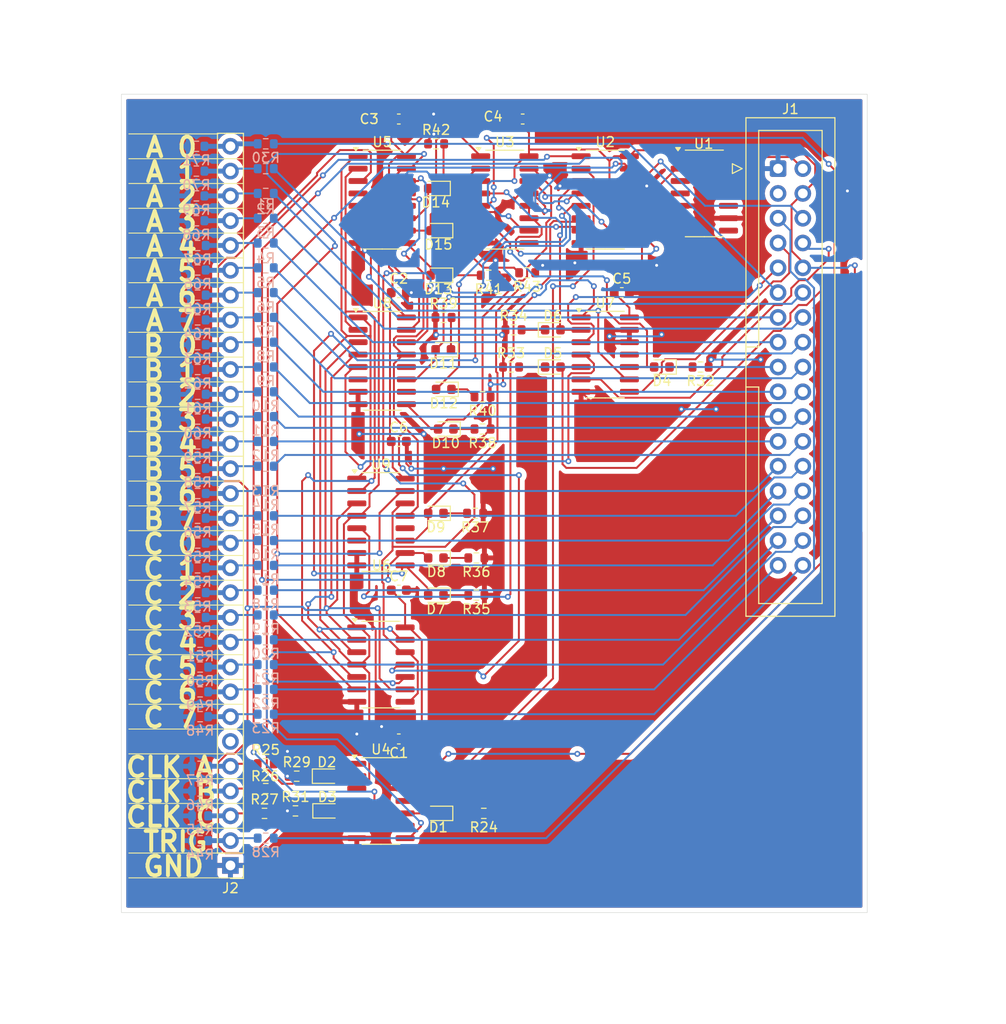
<source format=kicad_pcb>
(kicad_pcb (version 20240108) (generator "pcbnew") (generator_version "8.0")
  (layers (0 "F.Cu" signal) (31 "B.Cu" signal) (34 "B.Paste" user) (35 "F.Paste" user) (36 "B.SilkS" user "B.Silkscreen") (37 "F.SilkS" user "F.Silkscreen") (38 "B.Mask" user) (39 "F.Mask" user) (44 "Edge.Cuts" user))
  (net 0 "")
  (net 1 "GND")
  (net 2 "B2")
  (net 3 "C3")
  (net 4 "Clock_B")
  (net 5 "C6")
  (net 6 "A5")
  (net 7 "B0")
  (net 8 "B4")
  (net 9 "A2")
  (net 10 "Ext_Trig")
  (net 11 "A6")
  (net 12 "Clock_A")
  (net 13 "A1")
  (net 14 "B7")
  (net 15 "C2")
  (net 16 "C5")
  (net 17 "B1")
  (net 18 "DATA")
  (net 19 "C7")
  (net 20 "Clock_C")
  (net 21 "A4")
  (net 22 "C1")
  (net 23 "B5")
  (net 24 "B3")
  (net 25 "A3")
  (net 27 "A7")
  (net 28 "C0")
  (net 29 "C4")
  (net 30 "CLK")
  (net 31 "A0")
  (net 32 "B6")
  (net 33 "Net-(J2-Pin_27)")
  (net 34 "Net-(J2-Pin_2)")
  (net 35 "Net-(J2-Pin_14)")
  (net 36 "Net-(J2-Pin_9)")
  (net 37 "Net-(J2-Pin_12)")
  (net 38 "Net-(J2-Pin_18)")
  (net 39 "Net-(J2-Pin_5)")
  (net 40 "Net-(J2-Pin_7)")
  (net 41 "Net-(J2-Pin_17)")
  (net 42 "Net-(J2-Pin_3)")
  (net 43 "Net-(J2-Pin_28)")
  (net 44 "Net-(J2-Pin_20)")
  (net 45 "Net-(J2-Pin_21)")
  (net 46 "Net-(J2-Pin_4)")
  (net 47 "Net-(J2-Pin_10)")
  (net 48 "Net-(J2-Pin_16)")
  (net 49 "Net-(J2-Pin_15)")
  (net 50 "Net-(J2-Pin_26)")
  (net 51 "Net-(J2-Pin_11)")
  (net 52 "Net-(J2-Pin_13)")
  (net 53 "Net-(J2-Pin_22)")
  (net 54 "Net-(J2-Pin_24)")
  (net 55 "Net-(J2-Pin_8)")
  (net 56 "Net-(J2-Pin_23)")
  (net 57 "Net-(J2-Pin_29)")
  (net 58 "Net-(J2-Pin_19)")
  (net 59 "AI")
  (net 60 "BI")
  (net 61 "CI")
  (net 66 "Net-(U2-RCLK)")
  (net 68 "SMPL_B_is_B")
  (net 69 "Inv_A_Input")
  (net 70 "Inv_C_Input")
  (net 71 "Inv_B_Input")
  (net 72 "SMPL_A_is_B")
  (net 73 "SMPL_A_is_C")
  (net 74 "SMPL_B_is_C")
  (net 75 "Net-(U2-QH')")
  (net 76 "SMPL_A_is_A+C")
  (net 77 "SMPL_C_is_A+C")
  (net 79 "SMPL_B_is_A+C")
  (net 80 "Inv_A_Output")
  (net 81 "SMPL_C_is_B")
  (net 82 "Inv_B_Output")
  (net 83 "Inv_C_Output")
  (net 85 "SMPL_C_is_C")
  (net 86 "A")
  (net 88 "C")
  (net 89 "B")
  (net 90 "A+B")
  (net 91 "A+B+C")
  (net 92 "B+C")
  (net 94 "A+C")
  (net 96 "Net-(U5-Q)")
  (net 97 "Net-(U8-Q)")
  (net 101 "+5V")
  (net 102 "Net-(D1-K)")
  (net 103 "Net-(D2-K)")
  (net 104 "Net-(D3-K)")
  (net 105 "Net-(D4-K)")
  (net 106 "Net-(D5-K)")
  (net 107 "Net-(D10-K)")
  (net 108 "Net-(D11-K)")
  (net 109 "Net-(D13-K)")
  (net 110 "Net-(D14-K)")
  (net 111 "Net-(D15-K)")
  (net 112 "Net-(J2-Pin_30)")
  (net 113 "Net-(J2-Pin_25)")
  (net 115 "Net-(D6-K)")
  (net 116 "Net-(D7-K)")
  (net 117 "Net-(D8-K)")
  (net 118 "Net-(D9-K)")
  (net 119 "Net-(D12-K)")
  (net 120 "Net-(U9-Q)")
  (footprint "Resistor_SMD:R_0603_1608Metric" (layer "F.Cu") (at 77.47 71.12)
    (property "Reference" "R39")
    (property "Value" "500")
  )
  (footprint "Resistor_SMD:R_0603_1608Metric" (layer "F.Cu") (at 59.119 121.92)
    (property "Reference" "R27")
    (property "Value" "500")
  )
  (footprint "Resistor_SMD:R_0603_1608Metric" (layer "F.Cu") (at 81.471 82.55 180)
    (property "Reference" "R38")
    (property "Value" "500")
  )
  (footprint "LED_SMD:LED_0603_1608Metric" (layer "F.Cu") (at 76.6825 95.758 180)
    (property "Reference" "D8")
    (property "Value" "LED")
  )
  (footprint "Package_SO:SOIC-16_3.9x9.9mm_P1.27mm" (layer "F.Cu") (at 94.045 59.055)
    (property "Reference" "U2")
    (property "Value" "74HC595")
  )
  (footprint "Resistor_SMD:R_0603_1608Metric" (layer "F.Cu") (at 62.421 118.11)
    (property "Reference" "R29")
    (property "Value" "500")
  )
  (footprint "Package_SO:SOIC-16_3.9x9.9mm_P1.27mm" (layer "F.Cu") (at 71.055 92.075)
    (property "Reference" "U9")
    (property "Value" "74HC251")
  )
  (footprint "Capacitor_SMD:C_0603_1608Metric" (layer "F.Cu") (at 72.885 114.3 180)
    (property "Reference" "C1")
    (property "Value" "100n")
  )
  (footprint "Resistor_SMD:R_0603_1608Metric" (layer "F.Cu") (at 82.105 66.802 180)
    (property "Reference" "R41")
    (property "Value" "500")
  )
  (footprint "Capacitor_SMD:C_0603_1608Metric" (layer "F.Cu") (at 95.745 68.58)
    (property "Reference" "C5")
    (property "Value" "100n")
  )
  (footprint "Capacitor_SMD:C_0603_1608Metric" (layer "F.Cu") (at 72.885 68.58)
    (property "Reference" "C2")
    (property "Value" "100n")
  )
  (footprint "LED_SMD:LED_0603_1608Metric" (layer "F.Cu") (at 88.6715 76.2)
    (property "Reference" "D5")
    (property "Value" "LED")
  )
  (footprint "Resistor_SMD:R_0603_1608Metric" (layer "F.Cu") (at 80.709 91.186 180)
    (property "Reference" "R37")
    (property "Value" "500")
  )
  (footprint "Resistor_SMD:R_0603_1608Metric" (layer "F.Cu") (at 86.043 66.548 180)
    (property "Reference" "R43")
    (property "Value" "500")
  )
  (footprint "Resistor_SMD:R_0603_1608Metric" (layer "F.Cu") (at 84.645 72.39)
    (property "Reference" "R34")
    (property "Value" "500")
  )
  (footprint "Resistor_SMD:R_0603_1608Metric" (layer "F.Cu") (at 59.245 116.84)
    (property "Reference" "R25")
    (property "Value" "500")
  )
  (footprint "Resistor_SMD:R_0603_1608Metric" (layer "F.Cu") (at 80.835 95.758 180)
    (property "Reference" "R36")
    (property "Value" "500")
  )
  (footprint "Capacitor_SMD:C_0603_1608Metric" (layer "F.Cu") (at 72.885 99.06)
    (property "Reference" "C7")
    (property "Value" "100n")
  )
  (footprint "Connector_PinHeader_2.54mm:PinHeader_1x30_P2.54mm_Vertical" (layer "F.Cu") (at 55.626 127.254 180)
    (property "Reference" "J2")
    (property "Value" "Conn_01x30_Pin")
  )
  (footprint "Package_SO:SOIC-16_3.9x9.9mm_P1.27mm" (layer "F.Cu") (at 83.755 59.055)
    (property "Reference" "U3")
    (property "Value" "74HC595")
  )
  (footprint "Resistor_SMD:R_0603_1608Metric" (layer "F.Cu") (at 76.708 53.34)
    (property "Reference" "R42")
    (property "Value" "500")
  )
  (footprint "Resistor_SMD:R_0603_1608Metric" (layer "F.Cu") (at 62.293 121.666)
    (property "Reference" "R31")
    (property "Value" "500")
  )
  (footprint "Resistor_SMD:R_0603_1608Metric" (layer "F.Cu") (at 103.823 76.2 180)
    (property "Reference" "R32")
    (property "Value" "500")
  )
  (footprint "Capacitor_SMD:C_0603_1608Metric" (layer "F.Cu") (at 85.585 50.8)
    (property "Reference" "C4")
    (property "Value" "100n")
  )
  (footprint "Package_SO:SOIC-16_3.9x9.9mm_P1.27mm" (layer "F.Cu") (at 71.185 59.055)
    (property "Reference" "U5")
    (property "Value" "74HC251")
  )
  (footprint "LED_SMD:LED_0603_1608Metric" (layer "F.Cu") (at 65.5575 121.666)
    (property "Reference" "D3")
    (property "Value" "LED")
  )
  (footprint "LED_SMD:LED_0603_1608Metric" (layer "F.Cu") (at 76.9365 66.802 180)
    (property "Reference" "D13")
    (property "Value" "LED")
  )
  (footprint "LED_SMD:LED_0603_1608Metric" (layer "F.Cu") (at 77.4445 74.422 180)
    (property "Reference" "D11")
    (property "Value" "LED")
  )
  (footprint "LED_SMD:LED_0603_1608Metric" (layer "F.Cu") (at 76.6825 99.568 180)
    (property "Reference" "D7")
    (property "Value" "LED")
  )
  (footprint "LED_SMD:LED_0603_1608Metric" (layer "F.Cu") (at 88.6715 72.39)
    (property "Reference" "D6")
    (property "Value" "LED")
  )
  (footprint "LED_SMD:LED_0603_1608Metric" (layer "F.Cu") (at 77.4955 78.486 180)
    (property "Reference" "D12")
    (property "Value" "LED")
  )
  (footprint "LED_SMD:LED_0603_1608Metric" (layer "F.Cu") (at 76.6825 91.186 180)
    (property "Reference" "D9")
    (property "Value" "LED")
  )
  (footprint "LED_SMD:LED_0603_1608Metric" (layer "F.Cu") (at 76.6825 57.912 180)
    (property "Reference" "D14")
    (property "Value" "LED")
  )
  (footprint "LED_SMD:LED_0603_1608Metric" (layer "F.Cu") (at 65.5065 118.11)
    (property "Reference" "D2")
    (property "Value" "LED")
  )
  (footprint "Capacitor_SMD:C_0603_1608Metric" (layer "F.Cu") (at 72.885 50.8)
    (property "Reference" "C3")
    (property "Value" "100n")
  )
  (footprint "Resistor_SMD:R_0603_1608Metric" (layer "F.Cu") (at 81.597 121.92 180)
    (property "Reference" "R24")
    (property "Value" "500")
  )
  (footprint "Package_SO:SOIC-16_3.9x9.9mm_P1.27mm" (layer "F.Cu") (at 71.185 75.565)
    (property "Reference" "U8")
    (property "Value" "74HC251")
  )
  (footprint "Package_SO:SOIC-14_3.9x8.7mm_P1.27mm" (layer "F.Cu") (at 104.205 58.42)
    (property "Reference" "U1")
    (property "Value" "74HC04")
  )
  (footprint "Resistor_SMD:R_0603_1608Metric" (layer "F.Cu") (at 81.471 79.248 180)
    (property "Reference" "R40")
    (property "Value" "500")
  )
  (footprint "Package_SO:SOIC-14_3.9x8.7mm_P1.27mm" (layer "F.Cu") (at 71.055 120.65)
    (property "Reference" "U4")
    (property "Value" "74HC86")
  )
  (footprint "LED_SMD:LED_0603_1608Metric" (layer "F.Cu") (at 77.6985 82.55 180)
    (property "Reference" "D10")
    (property "Value" "LED")
  )
  (footprint "Resistor_SMD:R_0603_1608Metric" (layer "F.Cu") (at 59.245 119.38)
    (property "Reference" "R26")
    (property "Value" "500")
  )
  (footprint "LED_SMD:LED_0603_1608Metric" (layer "F.Cu") (at 76.9365 62.23 180)
    (property "Reference" "D15")
    (property "Value" "LED")
  )
  (footprint "Capacitor_SMD:C_0603_1608Metric" (layer "F.Cu") (at 72.885 83.82)
    (property "Reference" "C6")
    (property "Value" "100n")
  )
  (footprint "LED_SMD:LED_0603_1608Metric" (layer "F.Cu") (at 99.8475 76.2 180)
    (property "Reference" "D4")
    (property "Value" "LED")
  )
  (footprint "Resistor_SMD:R_0603_1608Metric" (layer "F.Cu") (at 80.835 99.568 180)
    (property "Reference" "R35")
    (property "Value" "500")
  )
  (footprint "Resistor_SMD:R_0603_1608Metric" (layer "F.Cu") (at 84.391 76.2)
    (property "Reference" "R33")
    (property "Value" "500")
  )
  (footprint "Package_SO:SOIC-14_3.9x8.7mm_P1.27mm" (layer "F.Cu") (at 71.055 106.68)
    (property "Reference" "U6")
    (property "Value" "74HC32")
  )
  (footprint "LED_SMD:LED_0603_1608Metric" (layer "F.Cu") (at 76.9365 121.92 180)
    (property "Reference" "D1")
    (property "Value" "LED")
  )
  (footprint "Connector_IDC:IDC-Header_2x17_P2.54mm_Vertical" (layer "F.Cu") (at 111.76 55.88)
    (property "Reference" "J1")
    (property "Value" "Conn_02x17_Odd_Even")
  )
  (footprint "Package_SO:SOIC-14_3.9x8.7mm_P1.27mm" (layer "F.Cu") (at 94.045 74.93)
    (property "Reference" "U7")
    (property "Value" "74HC86")
  )
  (footprint "Resistor_SMD:R_0603_1608Metric" (layer "B.Cu") (at 59.245 71.12)
    (property "Reference" "R7")
    (property "Value" "500")
  )
  (footprint "Resistor_SMD:R_0603_1608Metric" (layer "B.Cu") (at 52.515 106.934)
    (property "Reference" "R50")
    (property "Value" "100k")
  )
  (footprint "Resistor_SMD:R_0603_1608Metric" (layer "B.Cu") (at 59.245 86.36)
    (property "Reference" "R13")
    (property "Value" "500")
  )
  (footprint "Resistor_SMD:R_0603_1608Metric" (layer "B.Cu") (at 59.245 73.66)
    (property "Reference" "R8")
    (property "Value" "500")
  )
  (footprint "Resistor_SMD:R_0603_1608Metric" (layer "B.Cu") (at 52.133 56.134)
    (property "Reference" "R70")
    (property "Value" "100k")
  )
  (footprint "Resistor_SMD:R_0603_1608Metric" (layer "B.Cu") (at 59.245 81.28)
    (property "Reference" "R11")
    (property "Value" "500")
  )
  (footprint "Resistor_SMD:R_0603_1608Metric" (layer "B.Cu") (at 52.515 124.714)
    (property "Reference" "R44")
    (property "Value" "100k")
  )
  (footprint "Resistor_SMD:R_0603_1608Metric" (layer "B.Cu") (at 52.261 76.454)
    (property "Reference" "R62")
    (property "Value" "100k")
  )
  (footprint "Resistor_SMD:R_0603_1608Metric" (layer "B.Cu") (at 59.245 68.58)
    (property "Reference" "R6")
    (property "Value" "500")
  )
  (footprint "Resistor_SMD:R_0603_1608Metric" (layer "B.Cu") (at 52.133 58.674)
    (property "Reference" "R69")
    (property "Value" "100k")
  )
  (footprint "Resistor_SMD:R_0603_1608Metric" (layer "B.Cu") (at 59.245 99.06)
    (property "Reference" "R18")
    (property "Value" "500")
  )
  (footprint "Resistor_SMD:R_0603_1608Metric" (layer "B.Cu") (at 52.261 96.774)
    (property "Reference" "R54")
    (property "Value" "100k")
  )
  (footprint "Resistor_SMD:R_0603_1608Metric" (layer "B.Cu") (at 59.245 96.52)
    (property "Reference" "R17")
    (property "Value" "500")
  )
  (footprint "Resistor_SMD:R_0603_1608Metric" (layer "B.Cu") (at 59.245 91.44)
    (property "Reference" "R15")
    (property "Value" "500")
  )
  (footprint "Resistor_SMD:R_0603_1608Metric" (layer "B.Cu") (at 59.245 109.22)
    (property "Reference" "R22")
    (property "Value" "500")
  )
  (footprint "Resistor_SMD:R_0603_1608Metric" (layer "B.Cu") (at 52.261 101.854)
    (property "Reference" "R52")
    (property "Value" "100k")
  )
  (footprint "Resistor_SMD:R_0603_1608Metric" (layer "B.Cu") (at 52.515 109.474)
    (property "Reference" "R49")
    (property "Value" "100k")
  )
  (footprint "Resistor_SMD:R_0603_1608Metric" (layer "B.Cu") (at 59.245 60.96)
    (property "Reference" "R3")
    (property "Value" "500")
  )
  (footprint "Resistor_SMD:R_0603_1608Metric" (layer "B.Cu") (at 59.245 124.46)
    (property "Reference" "R28")
    (property "Value" "500")
  )
  (footprint "Resistor_SMD:R_0603_1608Metric" (layer "B.Cu") (at 59.245 58.42)
    (property "Reference" "R2")
    (property "Value" "500")
  )
  (footprint "Resistor_SMD:R_0603_1608Metric" (layer "B.Cu") (at 59.245 55.88)
    (property "Reference" "R1")
    (property "Value" "500")
  )
  (footprint "Resistor_SMD:R_0603_1608Metric" (layer "B.Cu") (at 59.245 63.5)
    (property "Reference" "R4")
    (property "Value" "500")
  )
  (footprint "Resistor_SMD:R_0603_1608Metric" (layer "B.Cu") (at 52.261 89.154)
    (property "Reference" "R57")
    (property "Value" "100k")
  )
  (footprint "Resistor_SMD:R_0603_1608Metric" (layer "B.Cu") (at 52.261 81.534)
    (property "Reference" "R60")
    (property "Value" "100k")
  )
  (footprint "Resistor_SMD:R_0603_1608Metric" (layer "B.Cu") (at 52.261 86.584)
    (property "Reference" "R58")
    (property "Value" "100k")
  )
  (footprint "Resistor_SMD:R_0603_1608Metric" (layer "B.Cu") (at 52.515 117.094)
    (property "Reference" "R47")
    (property "Value" "100k")
  )
  (footprint "Resistor_SMD:R_0603_1608Metric" (layer "B.Cu") (at 52.261 71.374)
    (property "Reference" "R64")
    (property "Value" "100k")
  )
  (footprint "Resistor_SMD:R_0603_1608Metric" (layer "B.Cu") (at 52.261 99.314)
    (property "Reference" "R53")
    (property "Value" "100k")
  )
  (footprint "Resistor_SMD:R_0603_1608Metric" (layer "B.Cu") (at 52.261 84.074)
    (property "Reference" "R59")
    (property "Value" "100k")
  )
  (footprint "Resistor_SMD:R_0603_1608Metric" (layer "B.Cu") (at 59.245 111.76)
    (property "Reference" "R23")
    (property "Value" "500")
  )
  (footprint "Resistor_SMD:R_0603_1608Metric" (layer "B.Cu") (at 59.245 83.82)
    (property "Reference" "R12")
    (property "Value" "500")
  )
  (footprint "Resistor_SMD:R_0603_1608Metric" (layer "B.Cu") (at 59.245 76.2)
    (property "Reference" "R9")
    (property "Value" "500")
  )
  (footprint "Resistor_SMD:R_0603_1608Metric" (layer "B.Cu") (at 52.133 53.594)
    (property "Reference" "R71")
    (property "Value" "100k")
  )
  (footprint "Resistor_SMD:R_0603_1608Metric" (layer "B.Cu") (at 52.261 68.834)
    (property "Reference" "R65")
    (property "Value" "100k")
  )
  (footprint "Resistor_SMD:R_0603_1608Metric" (layer "B.Cu") (at 59.245 53.34)
    (property "Reference" "R30")
    (property "Value" "500")
  )
  (footprint "Resistor_SMD:R_0603_1608Metric" (layer "B.Cu") (at 52.515 122.174)
    (property "Reference" "R45")
    (property "Value" "100k")
  )
  (footprint "Resistor_SMD:R_0603_1608Metric" (layer "B.Cu") (at 52.261 78.994)
    (property "Reference" "R61")
    (property "Value" "100k")
  )
  (footprint "Resistor_SMD:R_0603_1608Metric" (layer "B.Cu") (at 59.245 101.6)
    (property "Reference" "R19")
    (property "Value" "500")
  )
  (footprint "Resistor_SMD:R_0603_1608Metric" (layer "B.Cu") (at 59.245 88.9)
    (property "Reference" "R14")
    (property "Value" "500")
  )
  (footprint "Resistor_SMD:R_0603_1608Metric" (layer "B.Cu") (at 59.245 66.04)
    (property "Reference" "R5")
    (property "Value" "500")
  )
  (footprint "Resistor_SMD:R_0603_1608Metric" (layer "B.Cu") (at 52.261 91.694)
    (property "Reference" "R56")
    (property "Value" "100k")
  )
  (footprint "Resistor_SMD:R_0603_1608Metric" (layer "B.Cu") (at 59.245 104.14)
    (property "Reference" "R20")
    (property "Value" "500")
  )
  (footprint "Resistor_SMD:R_0603_1608Metric" (layer "B.Cu") (at 52.515 104.394)
    (property "Reference" "R51")
    (property "Value" "100k")
  )
  (footprint "Resistor_SMD:R_0603_1608Metric" (layer "B.Cu") (at 52.515 112.014)
    (property "Reference" "R48")
    (property "Value" "100k")
  )
  (footprint "Resistor_SMD:R_0603_1608Metric" (layer "B.Cu") (at 59.245 78.74)
    (property "Reference" "R10")
    (property "Value" "500")
  )
  (footprint "Resistor_SMD:R_0603_1608Metric" (layer "B.Cu") (at 52.261 94.234)
    (property "Reference" "R55")
    (property "Value" "100k")
  )
  (footprint "Resistor_SMD:R_0603_1608Metric" (layer "B.Cu") (at 52.261 73.914)
    (property "Reference" "R63")
    (property "Value" "100k")
  )
  (footprint "Resistor_SMD:R_0603_1608Metric" (layer "B.Cu") (at 52.133 61.214)
    (property "Reference" "R68")
    (property "Value" "100k")
  )
  (footprint "Resistor_SMD:R_0603_1608Metric" (layer "B.Cu") (at 52.261 63.754)
    (property "Reference" "R67")
    (property "Value" "100k")
  )
  (footprint "Resistor_SMD:R_0603_1608Metric" (layer "B.Cu") (at 59.245 106.68)
    (property "Reference" "R21")
    (property "Value" "500")
  )
  (footprint "Resistor_SMD:R_0603_1608Metric" (layer "B.Cu") (at 59.245 93.98)
    (property "Reference" "R16")
    (property "Value" "500")
  )
  (footprint "Resistor_SMD:R_0603_1608Metric" (layer "B.Cu") (at 52.261 66.264)
    (property "Reference" "R66")
    (property "Value" "100k")
  )
  (footprint "Resistor_SMD:R_0603_1608Metric" (layer "B.Cu") (at 52.515 119.634)
    (property "Reference" "R46")
    (property "Value" "100k")
  )
  (gr_line (start 56.896 98.044) (end 45.212 98.044) (stroke (width 0.1)) (layer "F.SilkS"))
  (gr_line (start 56.896 113.284) (end 45.212 113.284) (stroke (width 0.1)) (layer "F.SilkS"))
  (gr_line (start 56.896 67.564) (end 45.212 67.564) (stroke (width 0.1)) (layer "F.SilkS"))
  (gr_line (start 56.896 123.444) (end 45.212 123.444) (stroke (width 0.1)) (layer "F.SilkS"))
  (gr_line (start 56.896 54.864) (end 45.212 54.864) (stroke (width 0.1)) (layer "F.SilkS"))
  (gr_line (start 56.896 90.424) (end 45.212 90.424) (stroke (width 0.1)) (layer "F.SilkS"))
  (gr_line (start 56.896 72.644) (end 45.466 72.644) (stroke (width 0.1)) (layer "F.SilkS"))
  (gr_line (start 56.896 59.944) (end 45.212 59.944) (stroke (width 0.1)) (layer "F.SilkS"))
  (gr_line (start 56.896 110.744) (end 45.212 110.744) (stroke (width 0.1)) (layer "F.SilkS"))
  (gr_line (start 56.896 57.404) (end 45.212 57.404) (stroke (width 0.1)) (layer "F.SilkS"))
  (gr_line (start 54.356 52.324) (end 45.212 52.324) (stroke (width 0.1)) (layer "F.SilkS"))
  (gr_line (start 56.896 108.204) (end 45.212 108.204) (stroke (width 0.1)) (layer "F.SilkS"))
  (gr_line (start 56.896 120.904) (end 45.212 120.904) (stroke (width 0.1)) (layer "F.SilkS"))
  (gr_line (start 56.896 70.104) (end 45.212 70.104) (stroke (width 0.1)) (layer "F.SilkS"))
  (gr_line (start 56.896 128.524) (end 45.212 128.524) (stroke (width 0.1)) (layer "F.SilkS"))
  (gr_line (start 56.896 87.884) (end 45.212 87.884) (stroke (width 0.1)) (layer "F.SilkS"))
  (gr_line (start 56.896 115.824) (end 45.212 115.824) (stroke (width 0.1)) (layer "F.SilkS"))
  (gr_line (start 56.896 95.504) (end 45.212 95.504) (stroke (width 0.1)) (layer "F.SilkS"))
  (gr_line (start 56.896 80.264) (end 45.212 80.264) (stroke (width 0.1)) (layer "F.SilkS"))
  (gr_line (start 56.896 65.024) (end 45.212 65.024) (stroke (width 0.1)) (layer "F.SilkS"))
  (gr_line (start 56.896 100.584) (end 45.212 100.584) (stroke (width 0.1)) (layer "F.SilkS"))
  (gr_line (start 56.896 103.124) (end 45.212 103.124) (stroke (width 0.1)) (layer "F.SilkS"))
  (gr_line (start 56.896 77.724) (end 45.212 77.724) (stroke (width 0.1)) (layer "F.SilkS"))
  (gr_line (start 56.896 75.184) (end 45.212 75.184) (stroke (width 0.1)) (layer "F.SilkS"))
  (gr_line (start 45.466 72.644) (end 45.212 72.644) (stroke (width 0.1)) (layer "F.SilkS"))
  (gr_line (start 45.466 82.804) (end 45.212 82.804) (stroke (width 0.1)) (layer "F.SilkS"))
  (gr_line (start 56.896 62.484) (end 45.212 62.484) (stroke (width 0.1)) (layer "F.SilkS"))
  (gr_line (start 56.896 82.804) (end 45.466 82.804) (stroke (width 0.1)) (layer "F.SilkS"))
  (gr_line (start 56.896 92.964) (end 45.212 92.964) (stroke (width 0.1)) (layer "F.SilkS"))
  (gr_line (start 55.626 125.984) (end 45.212 125.984) (stroke (width 0.1)) (layer "F.SilkS"))
  (gr_line (start 56.896 85.344) (end 45.212 85.344) (stroke (width 0.1)) (layer "F.SilkS"))
  (gr_line (start 56.896 105.664) (end 45.212 105.664) (stroke (width 0.1)) (layer "F.SilkS"))
  (gr_line (start 56.896 118.364) (end 45.212 118.364) (stroke (width 0.1)) (layer "F.SilkS"))
  (gr_rect (start 44.45 48.26) (end 120.904 132.08) (stroke (width 0.05)) (fill none) (layer "Edge.Cuts"))
  (gr_text "A 6" (at 46.736 70.104 0) (layer "F.SilkS") (effects (font (size 2 2) (thickness 0.4) (bold yes)) (justify left bottom)))
  (gr_text "C 2" (at 46.482 100.584 0) (layer "F.SilkS") (effects (font (size 2 2) (thickness 0.4) (bold yes)) (justify left bottom)))
  (gr_text "B 7" (at 46.482 92.964 0) (layer "F.SilkS") (effects (font (size 2 2) (thickness 0.4) (bold yes)) (justify left bottom)))
  (gr_text "B 4" (at 46.482 85.344 0) (layer "F.SilkS") (effects (font (size 2 2) (thickness 0.4) (bold yes)) (justify left bottom)))
  (gr_text "A 0" (at 46.736 54.864 0) (layer "F.SilkS") (effects (font (size 2 2) (thickness 0.4) (bold yes)) (justify left bottom)))
  (gr_text "C 7\n" (at 46.482 113.284 0) (layer "F.SilkS") (effects (font (size 2 2) (thickness 0.4) (bold yes)) (justify left bottom)))
  (gr_text "C 1" (at 46.482 98.044 0) (layer "F.SilkS") (effects (font (size 2 2) (thickness 0.4) (bold yes)) (justify left bottom)))
  (gr_text "B 1" (at 46.482 77.724 0) (layer "F.SilkS") (effects (font (size 2 2) (thickness 0.4) (bold yes)) (justify left bottom)))
  (gr_text "B 5" (at 46.482 87.884 0) (layer "F.SilkS") (effects (font (size 2 2) (thickness 0.4) (bold yes)) (justify left bottom)))
  (gr_text "TRIG" (at 46.482 125.984 0) (layer "F.SilkS") (effects (font (size 2 2) (thickness 0.4) (bold yes)) (justify left bottom)))
  (gr_text "B 2" (at 46.482 80.264 0) (layer "F.SilkS") (effects (font (size 2 2) (thickness 0.4) (bold yes)) (justify left bottom)))
  (gr_text "A 7" (at 46.736 72.644 0) (layer "F.SilkS") (effects (font (size 2 2) (thickness 0.4) (bold yes)) (justify left bottom)))
  (gr_text "C 3" (at 46.482 103.124 0) (layer "F.SilkS") (effects (font (size 2 2) (thickness 0.4) (bold yes)) (justify left bottom)))
  (gr_text "A 1" (at 46.736 57.404 0) (layer "F.SilkS") (effects (font (size 2 2) (thickness 0.4) (bold yes)) (justify left bottom)))
  (gr_text "A 5" (at 46.736 67.564 0) (layer "F.SilkS") (effects (font (size 2 2) (thickness 0.4) (bold yes)) (justify left bottom)))
  (gr_text "C 4" (at 46.482 105.664 0) (layer "F.SilkS") (effects (font (size 2 2) (thickness 0.4) (bold yes)) (justify left bottom)))
  (gr_text "B 3" (at 46.482 82.804 0) (layer "F.SilkS") (effects (font (size 2 2) (thickness 0.4) (bold yes)) (justify left bottom)))
  (gr_text "B 6" (at 46.482 90.424 0) (layer "F.SilkS") (effects (font (size 2 2) (thickness 0.4) (bold yes)) (justify left bottom)))
  (gr_text "C 0" (at 46.482 95.504 0) (layer "F.SilkS") (effects (font (size 2 2) (thickness 0.4) (bold yes)) (justify left bottom)))
  (gr_text "GND" (at 46.482 128.524 0) (layer "F.SilkS") (effects (font (size 2 2) (thickness 0.4) (bold yes)) (justify left bottom)))
  (gr_text "B 0" (at 46.482 75.184 0) (layer "F.SilkS") (effects (font (size 2 2) (thickness 0.4) (bold yes)) (justify left bottom)))
  (gr_text "CLK B" (at 44.704 120.904 0) (layer "F.SilkS") (effects (font (size 2 2) (thickness 0.4) (bold yes)) (justify left bottom)))
  (gr_text "C 5" (at 46.482 108.204 0) (layer "F.SilkS") (effects (font (size 2 2) (thickness 0.4) (bold yes)) (justify left bottom)))
  (gr_text "A 2" (at 46.736 59.944 0) (layer "F.SilkS") (effects (font (size 2 2) (thickness 0.4) (bold yes)) (justify left bottom)))
  (gr_text "A 4" (at 46.736 65.024 0) (layer "F.SilkS") (effects (font (size 2 2) (thickness 0.4) (bold yes)) (justify left bottom)))
  (gr_text "CLK C" (at 44.704 123.444 0) (layer "F.SilkS") (effects (font (size 2 2) (thickness 0.4) (bold yes)) (justify left bottom)))
  (gr_text "A 3" (at 46.736 62.484 0) (layer "F.SilkS") (effects (font (size 2 2) (thickness 0.4) (bold yes)) (justify left bottom)))
  (gr_text "C 6" (at 46.482 110.744 0) (layer "F.SilkS") (effects (font (size 2 2) (thickness 0.4) (bold yes)) (justify left bottom)))
  (gr_text "CLK A\n" (at 44.704 118.364 0) (layer "F.SilkS") (effects (font (size 2 2) (thickness 0.4) (bold yes)) (justify left bottom)))
  (segment (start 75.883 53.34) (end 75.883 52.93553) (width 0.2) (layer "F.Cu") (net 1))
  (segment (start 93.348 80.518) (end 101.854 80.518) (width 0.2) (layer "F.Cu") (net 1))
  (segment (start 86.575552 58.42) (end 86.23 58.42) (width 0.2) (layer "F.Cu") (net 1))
  (segment (start 75.438 83.058) (end 75.938314 83.558314) (width 0.2) (layer "F.Cu") (net 1))
  (segment (start 96.52 58.42) (end 97.536 58.42) (width 0.2) (layer "F.Cu") (net 1))
  (segment (start 79.494314 83.558314) (end 80.391 84.455) (width 0.2) (layer "F.Cu") (net 1))
  (segment (start 82.93 66.802) (end 82.93 68.3087) (width 0.2) (layer "F.Cu") (net 1))
  (segment (start 68.71 63.5) (end 68.71 63.5525) (width 0.2) (layer "F.Cu") (net 1))
  (segment (start 97.536 58.42) (end 98.298 57.658) (width 0.2) (layer "F.Cu") (net 1))
  (segment (start 73.66 68.58) (end 74.168 68.58) (width 0.2) (layer "F.Cu") (net 1))
  (segment (start 83.4635 72.898) (end 83.4635 72.7465) (width 0.2) (layer "F.Cu") (net 1))
  (segment (start 89.408 57.658) (end 89.408 57.404) (width 0.2) (layer "F.Cu") (net 1))
  (segment (start 83.566 77.9455) (end 83.5985 77.978) (width 0.2) (layer "F.Cu") (net 1))
  (segment (start 75.946 50.8) (end 73.66 50.8) (width 0.2) (layer "F.Cu") (net 1))
  (segment (start 76.708 71.183) (end 76.645 71.12) (width 0.2) (layer "F.Cu") (net 1))
  (segment (start 68.71 80.01) (end 68.71 82.934) (width 0.2) (layer "F.Cu") (net 1))
  (segment (start 104.648 76.2) (end 104.648 75.692) (width 0.2) (layer "F.Cu") (net 1))
  (segment (start 68.58 96.52) (end 68.58 101.092) (width 0.2) (layer "F.Cu") (net 1))
  (segment (start 73.66 86.09717) (end 74.172415 86.609585) (width 0.2) (layer "F.Cu") (net 1))
  (segment (start 83.4635 72.7465) (end 83.82 72.39) (width 0.2) (layer "F.Cu") (net 1))
  (segment (start 68.58 101.092) (end 70.51449 103.02649) (width 0.2) (layer "F.Cu") (net 1))
  (segment (start 68.71 82.934) (end 68.834 83.058) (width 0.2) (layer "F.Cu") (net 1))
  (segment (start 91.57 78.74) (end 93.348 80.518) (width 0.2) (layer "F.Cu") (net 1))
  (segment (start 95.088 73.66) (end 94.488 73.06) (width 0.2) (layer "F.Cu") (net 1))
  (segment (start 80.005 60.549448) (end 80.225012 60.329436) (width 0.2) (layer "F.Cu") (net 1))
  (segment (start 76.454 50.292) (end 75.946 50.8) (width 0.2) (layer "F.Cu") (net 1))
  (segment (start 85.344 58.42) (end 86.23 58.42) (width 0.2) (layer "F.Cu") (net 1))
  (segment (start 68.58 110.49) (end 68.58 113.792) (width 0.2) (layer "F.Cu") (net 1))
  (segment (start 96.52 73.66) (end 95.088 73.66) (width 0.2) (layer "F.Cu") (net 1))
  (segment (start 80.305001 63.5) (end 80.005 63.199999) (width 0.2) (layer "F.Cu") (net 1))
  (segment (start 87.884 59.728448) (end 86.575552 58.42) (width 0.2) (layer "F.Cu") (net 1))
  (segment (start 70.51449 112.70449) (end 72.11 114.3) (width 0.2) (layer "F.Cu") (net 1))
  (segment (start 78.236415 86.609585) (end 77.47 86.609585) (width 0.2) (layer "F.Cu") (net 1))
  (segment (start 75.883 52.93553) (end 76.474265 52.344265) (width 0.2) (layer "F.Cu") (net 1))
  (segment (start 71.12 113.03) (end 71.12 113.31) (width 0.2) (layer "F.Cu") (net 1))
  (segment (start 71.12 113.31) (end 72.11 114.3) (width 0.2) (layer "F.Cu") (net 1))
  (segment (start 68.71 63.5525) (end 69.4195 64.262) (width 0.2) (layer "F.Cu") (net 1))
  (segment (start 104.648 75.692) (end 104.902 75.438) (width 0.2) (layer "F.Cu") (net 1))
  (segment (start 80.225012 60.329436) (end 83.434564 60.329436) (width 0.2) (layer "F.Cu") (net 1))
  (segment (start 82.296 82.55) (end 80.391 84.455) (width 0.2) (layer "F.Cu") (net 1))
  (segment (start 76.645 69.151) (end 76.645 71.12) (width 0.2) (layer "F.Cu") (net 1))
  (segment (start 73.66 83.82) (end 73.66 86.09717) (width 0.2) (layer "F.Cu") (net 1))
  (segment (start 76.708 69.088) (end 76.645 69.151) (width 0.2) (layer "F.Cu") (net 1))
  (segment (start 76.708 72.898) (end 76.708 71.183) (width 0.2) (layer "F.Cu") (net 1))
  (segment (start 80.005 63.199999) (end 80.005 60.549448) (width 0.2) (layer "F.Cu") (net 1))
  (segment (start 86.868 66.548) (end 87.63 65.786) (width 0.2) (layer "F.Cu") (net 1))
  (segment (start 83.434564 60.329436) (end 85.344 58.42) (width 0.2) (layer "F.Cu") (net 1))
  (segment (start 83.566 76.2) (end 83.566 77.9455) (width 0.2) (layer "F.Cu") (net 1))
  (segment (start 81.28 63.5) (end 80.305001 63.5) (width 0.2) (layer "F.Cu") (net 1))
  (segment (start 70.51449 103.02649) (end 70.51449 112.70449) (width 0.2) (layer "F.Cu") (net 1))
  (segment (start 89.408 57.658) (end 88.342285 56.592285) (width 0.2) (layer "F.Cu") (net 1))
  (segment (start 82.93 68.3087) (end 82.804 68.4347) (width 0.2) (layer "F.Cu") (net 1))
  (segment (start 61.596 118.11) (end 61.468 118.11) (width 0.2) (layer "F.Cu") (net 1))
  (segment (start 76.708 68.58) (end 76.708 69.088) (width 0.2) (layer "F.Cu") (net 1))
  (segment (start 87.884 60.198) (end 87.884 59.728448) (width 0.2) (layer "F.Cu") (net 1))
  (segment (start 75.938314 83.558314) (end 79.494314 83.558314) (width 0.2) (layer "F.Cu") (net 1))
  (segment (start 80.391 84.455) (end 78.236415 86.609585) (width 0.2) (layer "F.Cu") (net 1))
  (via (at 61.468 121.666) (size 0.6) (drill 0.3) (layers "F.Cu" "B.Cu") (net 1))
  (via (at 61.468 115.57) (size 0.6) (drill 0.3) (layers "F.Cu" "B.Cu") (net 1))
  (via (at 101.854 80.518) (size 0.6) (drill 0.3) (layers "F.Cu" "B.Cu") (net 1))
  (via (at 98.298 57.658) (size 0.6) (drill 0.3) (layers "F.Cu" "B.Cu") (net 1))
  (via (at 76.454 50.292) (size 0.6) (drill 0.3) (layers "F.Cu" "B.Cu") (net 1))
  (via (at 76.708 68.58) (size 0.6) (drill 0.3) (layers "F.Cu" "B.Cu") (net 1))
  (via (at 82.804 68.4347) (size 0.6) (drill 0.3) (layers "F.Cu" "B.Cu") (net 1))
  (via (at 88.342285 56.592285) (size 0.6) (drill 0.3) (layers "F.Cu" "B.Cu") (net 1))
  (via (at 94.488 73.06) (size 0.6) (drill 0.3) (layers "F.Cu" "B.Cu") (net 1))
  (via (at 68.834 83.058) (size 0.6) (drill 0.3) (layers "F.Cu" "B.Cu") (net 1))
  (via (at 74.168 68.58) (size 0.6) (drill 0.3) (layers "F.Cu" "B.Cu") (net 1))
  (via (at 99.314 65.786) (size 0.6) (drill 0.3) (layers "F.Cu" "B.Cu") (net 1))
  (via (at 76.474265 52.344265) (size 0.6) (drill 0.3) (layers "F.Cu" "B.Cu") (net 1))
  (via (at 82.296 77.978) (size 0.6) (drill 0.3) (layers "F.Cu" "B.Cu") (net 1))
  (via (at 99.822 72.87) (size 0.6) (drill 0.3) (layers "F.Cu" "B.Cu") (net 1))
  (via (at 87.884 60.198) (size 0.6) (drill 0.3) (layers "F.Cu" "B.Cu") (net 1))
  (via (at 76.708 72.898) (size 0.6) (drill 0.3) (layers "F.Cu" "B.Cu") (net 1))
  (via (at 74.172415 86.609585) (size 0.6) (drill 0.3) (layers "F.Cu" "B.Cu") (net 1))
  (via (at 83.4635 72.898) (size 0.6) (drill 0.3) (layers "F.Cu" "B.Cu") (net 1))
  (via (at 87.63 65.786) (size 0.6) (drill 0.3) (layers "F.Cu" "B.Cu") (net 1))
  (via (at 109.982 75.438) (size 0.6) (drill 0.3) (layers "F.Cu" "B.Cu") (net 1))
  (via (at 77.47 86.609585) (size 0.6) (drill 0.3) (layers "F.Cu" "B.Cu") (net 1))
  (via (at 82.55 86.614) (size 0.6) (drill 0.3) (layers "F.Cu" "B.Cu") (net 1))
  (via (at 69.4195 64.262) (size 0.6) (drill 0.3) (layers "F.Cu" "B.Cu") (net 1))
  (via (at 61.468 118.11) (size 0.6) (drill 0.3) (layers "F.Cu" "B.Cu") (net 1))
  (via (at 105.41 80.518) (size 0.6) (drill 0.3) (layers "F.Cu" "B.Cu") (net 1))
  (via (at 89.408 57.658) (size 0.6) (drill 0.3) (layers "F.Cu" "B.Cu") (net 1))
  (via (at 90.932 65.532) (size 0.6) (drill 0.3) (layers "F.Cu" "B.Cu") (net 1))
  (via (at 104.902 75.438) (size 0.6) (drill 0.3) (layers "F.Cu" "B.Cu") (net 1))
  (via (at 68.58 113.792) (size 0.6) (drill 0.3) (layers "F.Cu" "B.Cu") (net 1))
  (via (at 83.5985 77.978) (size 0.6) (drill 0.3) (layers "F.Cu" "B.Cu") (net 1))
  (via (at 75.438 83.058) (size 0.6) (drill 0.3) (layers "F.Cu" "B.Cu") (net 1))
  (via (at 118.872 58.166) (size 0.6) (drill 0.3) (layers "F.Cu" "B.Cu") (net 1))
  (via (at 82.804 65.278) (size 0.6) (drill 0.3) (layers "F.Cu" "B.Cu") (net 1))
  (via (at 71.12 113.03) (size 0.6) (drill 0.3) (layers "F.Cu" "B.Cu") (net 1))
  (segment (start 75.7402 56.1822) (end 76.7497 57.1917) (width 0.2) (layer "B.Cu") (net 1))
  (segment (start 78.443429 68.58) (end 78.298129 68.4347) (width 0.2) (layer "B.Cu") (net 1))
  (segment (start 68.58 113.792) (end 70.358 113.792) (width 0.2) (layer "B.Cu") (net 1))
  (segment (start 88.342285 56.592285) (end 86.8791 58.05547) (width 0.2) (layer "B.Cu") (net 1))
  (segment (start 69.4195 60.6285) (end 73.8658 56.1822) (width 0.2) (layer "B.Cu") (net 1))
  (segment (start 86.8791 59.4471) (end 87.63 60.198) (width 0.2) (layer "B.Cu") (net 1))
  (segment (start 78.298129 68.4347) (end 76.8533 68.4347) (width 0.2) (layer "B.Cu") (net 1))
  (segment (start 87.63 65.786) (end 90.678 65.786) (width 0.2) (layer "B.Cu") (net 1))
  (segment (start 69.4195 64.262) (end 69.4195 60.6285) (width 0.2) (layer "B.Cu") (net 1))
  (segment (start 97.536 58.42) (end 98.298 57.658) (width 0.2) (layer "B.Cu") (net 1))
  (segment (start 86.8791 58.05547) (end 86.8791 59.4471) (width 0.2) (layer "B.Cu") (net 1))
  (segment (start 96.266 58.42) (end 97.536 58.42) (width 0.2) (layer "B.Cu") (net 1))
  (segment (start 90.678 65.786) (end 90.932 65.532) (width 0.2) (layer "B.Cu") (net 1))
  (segment (start 91.186 65.786) (end 90.932 65.532) (width 0.2) (layer "B.Cu") (net 1))
  (segment (start 76.474265 50.312265) (end 76.454 50.292) (width 0.2) (layer "B.Cu") (net 1))
  (segment (start 76.474265 52.344265) (end 76.474265 50.312265) (width 0.2) (layer "B.Cu") (net 1))
  (segment (start 99.314 65.786) (end 91.186 65.786) (width 0.2) (layer "B.Cu") (net 1))
  (segment (start 83.4635 72.898) (end 76.708 72.898) (width 0.2) (layer "B.Cu") (net 1))
  (segment (start 70.358 113.792) (end 71.12 113.03) (width 0.2) (layer "B.Cu") (net 1))
  (segment (start 76.8533 68.4347) (end 76.708 68.58) (width 0.2) (layer "B.Cu") (net 1))
  (segment (start 76.7497 57.1917) (end 76.7497 68.5383) (width 0.2) (layer "B.Cu") (net 1))
  (segment (start 74.172415 86.609585) (end 77.47 86.609585) (width 0.2) (layer "B.Cu") (net 1))
  (segment (start 73.8658 56.1822) (end 75.7402 56.1822) (width 0.2) (layer "B.Cu") (net 1))
  (segment (start 95.504 57.658) (end 96.266 58.42) (width 0.2) (layer "B.Cu") (net 1))
  (segment (start 74.168 68.58) (end 76.708 68.58) (width 0.2) (layer "B.Cu") (net 1))
  (segment (start 61.468 118.11) (end 61.468 115.57) (width 0.2) (layer "B.Cu") (net 1))
  (segment (start 76.7497 68.5383) (end 76.708 68.58) (width 0.2) (layer "B.Cu") (net 1))
  (segment (start 82.804 68.4347) (end 82.804 65.278) (width 0.2) (layer "B.Cu") (net 1))
  (segment (start 87.63 60.198) (end 87.884 60.198) (width 0.2) (layer "B.Cu") (net 1))
  (segment (start 82.545585 86.609585) (end 82.55 86.614) (width 0.2) (layer "B.Cu") (net 1))
  (segment (start 99.632 73.06) (end 99.822 72.87) (width 0.2) (layer "B.Cu") (net 1))
  (segment (start 83.5985 77.978) (end 82.296 77.978) (width 0.2) (layer "B.Cu") (net 1))
  (segment (start 82.6587 68.58) (end 78.443429 68.58) (width 0.2) (layer "B.Cu") (net 1))
  (segment (start 94.488 73.06) (end 99.632 73.06) (width 0.2) (layer "B.Cu") (net 1))
  (segment (start 101.854 80.518) (end 105.41 80.518) (width 0.2) (layer "B.Cu") (net 1))
  (segment (start 68.834 83.058) (end 75.438 83.058) (width 0.2) (layer "B.Cu") (net 1))
  (segment (start 77.47 86.609585) (end 82.545585 86.609585) (width 0.2) (layer "B.Cu") (net 1))
  (segment (start 82.804 68.4347) (end 82.6587 68.58) (width 0.2) (layer "B.Cu") (net 1))
  (segment (start 89.408 57.658) (end 95.504 57.658) (width 0.2) (layer "B.Cu") (net 1))
  (segment (start 104.902 75.438) (end 109.982 75.438) (width 0.2) (layer "B.Cu") (net 1))
  (segment (start 62.61 81.28) (end 111.76 81.28) (width 0.2) (layer "B.Cu") (net 2))
  (segment (start 60.07 78.74) (end 62.61 81.28) (width 0.2) (layer "B.Cu") (net 2))
  (segment (start 113.15 92.59) (end 114.3 91.44) (width 0.2) (layer "B.Cu") (net 3))
  (segment (start 102.274 101.6) (end 111.284 92.59) (width 0.2) (layer "B.Cu") (net 3))
  (segment (start 111.284 92.59) (end 113.15 92.59) (width 0.2) (layer "B.Cu") (net 3))
  (segment (start 60.07 101.6) (end 102.274 101.6) (width 0.2) (layer "B.Cu") (net 3))
  (segment (start 91.57 77.47) (end 93.5736 77.47) (width 0.2) (layer "F.Cu") (net 4))
  (segment (start 111.366 69.85) (end 112.138 69.85) (width 0.2) (layer "F.Cu") (net 4))
  (segment (start 93.5736 77.47) (end 95.4464 79.3428) (width 0.2) (layer "F.Cu") (net 4))
  (segment (start 102.749 79.3428) (end 106.049 76.043) (width 0.2) (layer "F.Cu") (net 4))
  (segment (start 113.113 68.1312) (end 113.934 67.31) (width 0.2) (layer "F.Cu") (net 4))
  (segment (start 113.113 68.8754) (end 113.113 68.1312) (width 0.2) (layer "F.Cu") (net 4))
  (segment (start 106.049 76.043) (end 106.049 75.1667) (width 0.2) (layer "F.Cu") (net 4))
  (segment (start 112.138 69.85) (end 113.113 68.8754) (width 0.2) (layer "F.Cu") (net 4))
  (segment (start 95.4464 79.3428) (end 102.749 79.3428) (width 0.2) (layer "F.Cu") (net 4))
  (segment (start 114.752 67.31) (end 116.949 65.1127) (width 0.2) (layer "F.Cu") (net 4))
  (segment (start 113.934 67.31) (end 114.752 67.31) (width 0.2) (layer "F.Cu") (net 4))
  (segment (start 106.049 75.1667) (end 111.366 69.85) (width 0.2) (layer "F.Cu") (net 4))
  (segment (start 116.949 65.1127) (end 116.949 64.0934) (width 0.2) (layer "F.Cu") (net 4))
  (via (at 116.949 64.0934) (size 0.6) (drill 0.3) (layers "F.Cu" "B.Cu") (net 4))
  (segment (start 116.949 64.0934) (end 114.893 64.0934) (width 0.2) (layer "B.Cu") (net 4))
  (segment (start 114.893 64.0934) (end 114.3 63.5) (width 0.2) (layer "B.Cu") (net 4))
  (segment (start 60.07 109.22) (end 99.06 109.22) (width 0.2) (layer "B.Cu") (net 5))
  (segment (start 99.06 109.22) (end 111.76 96.52) (width 0.2) (layer "B.Cu") (net 5))
  (segment (start 60.07 66.04) (end 68.84 74.81) (width 0.2) (layer "B.Cu") (net 6))
  (segment (start 68.84 74.81) (end 113.15 74.81) (width 0.2) (layer "B.Cu") (net 6))
  (segment (start 113.15 74.81) (end 114.3 73.66) (width 0.2) (layer "B.Cu") (net 6))
  (segment (start 60.07 73.66) (end 65.15 78.74) (width 0.2) (layer "B.Cu") (net 7))
  (segment (start 65.15 78.74) (end 111.76 78.74) (width 0.2) (layer "B.Cu") (net 7))
  (segment (start 60.07 83.82) (end 111.76 83.82) (width 0.2) (layer "B.Cu") (net 8))
  (segment (start 60.07 58.42) (end 72.77 71.12) (width 0.2) (layer "B.Cu") (net 9))
  (segment (start 72.77 71.12) (end 111.76 71.12) (width 0.2) (layer "B.Cu") (net 9))
  (segment (start 114.536 67.19) (end 113.824 67.19) (width 0.2) (layer "B.Cu") (net 10))
  (segment (start 115.45 68.1037) (end 114.536 67.19) (width 0.2) (layer "B.Cu") (net 10))
  (segment (start 60.07 124.46) (end 87.9863 124.46) (width 0.2) (layer "B.Cu") (net 10))
  (segment (start 87.9863 124.46) (end 115.45 96.9963) (width 0.2) (layer "B.Cu") (net 10))
  (segment (start 113.03 62.23) (end 111.76 60.96) (width 0.2) (layer "B.Cu") (net 10))
  (segment (start 115.45 96.9963) (end 115.45 68.1037) (width 0.2) (layer "B.Cu") (net 10))
  (segment (start 113.824 67.19) (end 113.03 66.3963) (width 0.2) (layer "B.Cu") (net 10))
  (segment (start 113.03 66.3963) (end 113.03 62.23) (width 0.2) (layer "B.Cu") (net 10))
  (segment (start 67.69 76.2) (end 111.76 76.2) (width 0.2) (layer "B.Cu") (net 11))
  (segment (start 60.07 68.58) (end 67.69 76.2) (width 0.2) (layer "B.Cu") (net 11))
  (segment (start 91.0336 69.0347) (end 90.2433 69.825) (width 0.2) (layer "F.Cu") (net 12))
  (segment (start 111.702 66.04) (end 109.888 67.8537) (width 0.2) (layer "F.Cu") (net 12))
  (segment (start 91.9852 73.66) (end 91.57 73.66) (width 0.2) (layer "F.Cu") (net 12))
  (segment (start 90.2433 69.825) (end 90.2433 71.4096) (width 0.2) (layer "F.Cu") (net 12))
  (segment (start 92.8544 72.7908) (end 91.9852 73.66) (width 0.2) (layer "F.Cu") (net 12))
  (segment (start 90.2433 71.4096) (end 90.5887 71.755) (width 0.2) (layer "F.Cu") (net 12))
  (segment (start 92.5851 71.755) (end 92.8544 72.0243) (width 0.2) (layer "F.Cu") (net 12))
  (segment (start 111.76 66.04) (end 111.702 66.04) (width 0.2) (layer "F.Cu") (net 12))
  (segment (start 92.8544 72.0243) (end 92.8544 72.7908) (width 0.2) (layer "F.Cu") (net 12))
  (segment (start 90.5887 71.755) (end 92.5851 71.755) (width 0.2) (layer "F.Cu") (net 12))
  (via (at 109.888 67.8537) (size 0.6) (drill 0.3) (layers "F.Cu" "B.Cu") (net 12))
  (via (at 91.0336 69.0347) (size 0.6) (drill 0.3) (layers "F.Cu" "B.Cu") (net 12))
  (segment (start 108.707 69.0347) (end 91.0336 69.0347) (width 0.2) (layer "B.Cu") (net 12))
  (segment (start 109.888 67.8537) (end 108.707 69.0347) (width 0.2) (layer "B.Cu") (net 12))
  (segment (start 60.07 55.88) (end 73.92 69.73) (width 0.2) (layer "B.Cu") (net 13))
  (segment (start 113.15 69.73) (end 114.3 68.58) (width 0.2) (layer "B.Cu") (net 13))
  (segment (start 73.92 69.73) (end 113.15 69.73) (width 0.2) (layer "B.Cu") (net 13))
  (segment (start 113.15 87.51) (end 114.3 86.36) (width 0.2) (layer "B.Cu") (net 14))
  (segment (start 111.372 87.51) (end 113.15 87.51) (width 0.2) (layer "B.Cu") (net 14))
  (segment (start 60.07 91.44) (end 107.442 91.44) (width 0.2) (layer "B.Cu") (net 14))
  (segment (start 107.442 91.44) (end 111.372 87.51) (width 0.2) (layer "B.Cu") (net 14))
  (segment (start 104.14 99.06) (end 111.76 91.44) (width 0.2) (layer "B.Cu") (net 15))
  (segment (start 60.07 99.06) (end 104.14 99.06) (width 0.2) (layer "B.Cu") (net 15))
  (segment (start 113.15 95.13) (end 114.3 93.98) (width 0.2) (layer "B.Cu") (net 16))
  (segment (start 111.524 95.13) (end 113.15 95.13) (width 0.2) (layer "B.Cu") (net 16))
  (segment (start 60.07 106.68) (end 99.9737 106.68) (width 0.2) (layer "B.Cu") (net 16))
  (segment (start 99.9737 106.68) (end 111.524 95.13) (width 0.2) (layer "B.Cu") (net 16))
  (segment (start 63.76 79.89) (end 113.15 79.89) (width 0.2) (layer "B.Cu") (net 17))
  (segment (start 113.15 79.89) (end 114.3 78.74) (width 0.2) (layer "B.Cu") (net 17))
  (segment (start 60.07 76.2) (end 63.76 79.89) (width 0.2) (layer "B.Cu") (net 17))
  (segment (start 97.7217 57.15) (end 99.7273 55.1444) (width 0.2) (layer "F.Cu") (net 18))
  (segment (start 96.52 57.15) (end 97.7217 57.15) (width 0.2) (layer "F.Cu") (net 18))
  (via (at 99.7273 55.1444) (size 0.6) (drill 0.3) (layers "F.Cu" "B.Cu") (net 18))
  (segment (start 114.3 60.96) (end 113.03 59.69) (width 0.2) (layer "B.Cu") (net 18))
  (segment (start 104.273 59.69) (end 99.7273 55.1444) (width 0.2) (layer "B.Cu") (net 18))
  (segment (start 113.03 59.69) (end 104.273 59.69) (width 0.2) (layer "B.Cu") (net 18))
  (segment (start 60.07 111.76) (end 99.06 111.76) (width 0.2) (layer "B.Cu") (net 19))
  (segment (start 99.06 111.76) (end 114.3 96.52) (width 0.2) (layer "B.Cu") (net 19))
  (segment (start 96.52 78.74) (end 97.8043 78.74) (width 0.2) (layer "F.Cu") (net 20))
  (segment (start 112.913 64.6526) (end 111.76 63.5) (width 0.2) (layer "F.Cu") (net 20))
  (segment (start 100.197 75.404) (end 103.303 75.404) (width 0.2) (layer "F.Cu") (net 20))
  (segment (start 99.8475 76.6968) (end 99.8475 75.7531) (width 0.2) (layer "F.Cu") (net 20))
  (segment (start 111.279 67.4283) (end 112.06 67.4283) (width 0.2) (layer "F.Cu") (net 20))
  (segment (start 99.8475 75.7531) (end 100.197 75.404) (width 0.2) (layer "F.Cu") (net 20))
  (segment (start 112.913 66.5758) (end 112.913 64.6526) (width 0.2) (layer "F.Cu") (net 20))
  (segment (start 112.06 67.4283) (end 112.913 66.5758) (width 0.2) (layer "F.Cu") (net 20))
  (segment (start 97.8043 78.74) (end 99.8475 76.6968) (width 0.2) (layer "F.Cu") (net 20))
  (segment (start 103.303 75.404) (end 111.279 67.4283) (width 0.2) (layer "F.Cu") (net 20))
  (segment (start 70.23 73.66) (end 111.76 73.66) (width 0.2) (layer "B.Cu") (net 21))
  (segment (start 60.07 63.5) (end 70.23 73.66) (width 0.2) (layer "B.Cu") (net 21))
  (segment (start 105.054 96.52) (end 60.07 96.52) (width 0.2) (layer "B.Cu") (net 22))
  (segment (start 111.284 90.29) (end 112.91 90.29) (width 0.2) (layer "B.Cu") (net 22))
  (segment (start 112.91 90.29) (end 114.3 88.9) (width 0.2) (layer "B.Cu") (net 22))
  (segment (start 105.054 96.52) (end 111.284 90.29) (width 0.2) (layer "B.Cu") (net 22))
  (segment (start 60.07 86.36) (end 61.22 85.21) (width 0.2) (layer "B.Cu") (net 23))
  (segment (start 112.91 85.21) (end 114.3 83.82) (width 0.2) (layer "B.Cu") (net 23))
  (segment (start 61.22 85.21) (end 112.91 85.21) (width 0.2) (layer "B.Cu") (net 23))
  (segment (start 113.15 82.43) (end 114.3 81.28) (width 0.2) (layer "B.Cu") (net 24))
  (segment (start 61.22 82.43) (end 113.15 82.43) (width 0.2) (layer "B.Cu") (net 24))
  (segment (start 60.07 81.28) (end 61.22 82.43) (width 0.2) (layer "B.Cu") (net 24))
  (segment (start 71.38 72.27) (end 113.15 72.27) (width 0.2) (layer "B.Cu") (net 25))
  (segment (start 60.07 60.96) (end 71.38 72.27) (width 0.2) (layer "B.Cu") (net 25))
  (segment (start 113.15 72.27) (end 114.3 71.12) (width 0.2) (layer "B.Cu") (net 25))
  (segment (start 66.3 77.35) (end 113.15 77.35) (width 0.2) (layer "B.Cu") (net 27))
  (segment (start 60.07 71.12) (end 66.3 77.35) (width 0.2) (layer "B.Cu") (net 27))
  (segment (start 113.15 77.35) (end 114.3 76.2) (width 0.2) (layer "B.Cu") (net 27))
  (segment (start 60.07 93.98) (end 106.68 93.98) (width 0.2) (layer "B.Cu") (net 28))
  (segment (start 106.68 93.98) (end 111.76 88.9) (width 0.2) (layer "B.Cu") (net 28))
  (segment (start 101.6 104.14) (end 111.76 93.98) (width 0.2) (layer "B.Cu") (net 29))
  (segment (start 60.07 104.14) (end 101.6 104.14) (width 0.2) (layer "B.Cu") (net 29))
  (segment (start 102.365 55.245) (end 101.73 54.61) (width 0.2) (layer "F.Cu") (net 30))
  (segment (start 113.113 54.6926) (end 109.743 54.6926) (width 0.2) (layer "F.Cu") (net 30))
  (segment (start 114.3 55.88) (end 113.113 54.6926) (width 0.2) (layer "F.Cu") (net 30))
  (segment (start 109.19 55.245) (end 102.365 55.245) (width 0.2) (layer "F.Cu") (net 30))
  (segment (start 109.743 54.6926) (end 109.19 55.245) (width 0.2) (layer "F.Cu") (net 30))
  (segment (start 60.07 53.34) (end 96.52 53.34) (width 0.2) (layer "B.Cu") (net 31))
  (segment (start 96.52 53.34) (end 111.76 68.58) (width 0.2) (layer "B.Cu") (net 31))
  (segment (start 60.07 88.9) (end 109.22 88.9) (width 0.2) (layer "B.Cu") (net 32))
  (segment (start 109.22 88.9) (end 111.76 86.36) (width 0.2) (layer "B.Cu") (net 32))
  (segment (start 55.88 60.96) (end 58.42 60.96) (width 0.2) (layer "B.Cu") (net 33))
  (segment (start 55.626 61.214) (end 52.958 61.214) (width 0.5) (layer "B.Cu") (net 33))
  (segment (start 55.88 124.46) (end 58.42 124.46) (width 0.2) (layer "B.Cu") (net 34))
  (segment (start 55.626 124.714) (end 53.34 124.714) (width 0.5) (layer "B.Cu") (net 34))
  (segment (start 55.626 94.234) (end 53.086 94.234) (width 0.5) (layer "B.Cu") (net 35))
  (segment (start 55.88 93.98) (end 58.42 93.98) (width 0.2) (layer "B.Cu") (net 35))
  (segment (start 55.88 106.68) (end 58.42 106.68) (width 0.2) (layer "B.Cu") (net 36))
  (segment (start 55.626 106.934) (end 53.34 106.934) (width 0.5) (layer "B.Cu") (net 36))
  (segment (start 55.88 99.06) (end 58.42 99.06) (width 0.2) (layer "B.Cu") (net 37))
  (segment (start 55.626 99.314) (end 53.086 99.314) (width 0.5) (layer "B.Cu") (net 37))
  (segment (start 55.626 84.074) (end 53.086 84.074) (width 0.5) (layer "B.Cu") (net 38))
  (segment (start 55.88 83.82) (end 58.42 83.82) (width 0.2) (layer "B.Cu") (net 38))
  (segment (start 55.88 116.84) (end 58.42 116.84) (width 0.2) (layer "F.Cu") (net 39))
  (segment (start 55.626 117.094) (end 53.34 117.094) (width 0.5) (layer "B.Cu") (net 39))
  (segment (start 55.88 111.76) (end 58.42 111.76) (width 0.2) (layer "B.Cu") (net 40))
  (segment (start 55.626 112.014) (end 53.34 112.014) (width 0.5) (layer "B.Cu") (net 40))
  (segment (start 53.116 86.614) (end 53.086 86.584) (width 0.5) (layer "B.Cu") (net 41))
  (segment (start 55.626 86.614) (end 53.116 86.614) (width 0.5) (layer "B.Cu") (net 41))
  (segment (start 55.88 86.36) (end 58.42 86.36) (width 0.2) (layer "B.Cu") (net 41))
  (segment (start 55.88 121.92) (end 58.294 121.92) (width 0.2) (layer "F.Cu") (net 42))
  (segment (start 55.626 122.174) (end 53.34 122.174) (width 0.5) (layer "B.Cu") (net 42))
  (segment (start 55.88 58.42) (end 58.42 58.42) (width 0.2) (layer "B.Cu") (net 43))
  (segment (start 55.626 58.674) (end 52.958 58.674) (width 0.5) (layer "B.Cu") (net 43))
  (segment (start 55.626 78.994) (end 53.086 78.994) (width 0.5) (layer "B.Cu") (net 44))
  (segment (start 55.88 78.74) (end 58.42 78.74) (width 0.2) (layer "B.Cu") (net 44))
  (segment (start 55.88 76.2) (end 58.42 76.2) (width 0.2) (layer "B.Cu") (net 45))
  (segment (start 55.626 76.454) (end 53.086 76.454) (width 0.5) (layer "B.Cu") (net 45))
  (segment (start 55.88 119.38) (end 58.42 119.38) (width 0.2) (layer "F.Cu") (net 46))
  (segment (start 55.626 119.634) (end 53.34 119.634) (width 0.5) (layer "B.Cu") (net 46))
  (segment (start 55.626 104.394) (end 53.34 104.394) (width 0.5) (layer "B.Cu") (net 47))
  (segment (start 55.88 104.14) (end 58.42 104.14) (width 0.2) (layer "B.Cu") (net 47))
  (segment (start 55.88 88.9) (end 58.42 88.9) (width 0.2) (layer "B.Cu") (net 48))
  (segment (start 55.626 89.154) (end 53.086 89.154) (width 0.5) (layer "B.Cu") (net 48))
  (segment (start 55.88 91.44) (end 58.42 91.44) (width 0.2) (layer "B.Cu") (net 49))
  (segment (start 55.626 91.694) (end 53.086 91.694) (width 0.5) (layer "B.Cu") (net 49))
  (segment (start 58.42 63.5) (end 55.88 63.5) (width 0.2) (layer "B.Cu") (net 50))
  (segment (start 55.626 63.754) (end 53.086 63.754) (width 0.5) (layer "B.Cu") (net 50))
  (segment (start 55.88 101.6) (end 58.42 101.6) (width 0.2) (layer "B.Cu") (net 51))
  (segment (start 55.626 101.854) (end 53.086 101.854) (width 0.5) (layer "B.Cu") (net 51))
  (segment (start 55.88 96.52) (end 58.42 96.52) (width 0.2) (layer "B.Cu") (net 52))
  (segment (start 55.626 96.774) (end 53.086 96.774) (width 0.5) (layer "B.Cu") (net 52))
  (segment (start 55.626 73.914) (end 53.086 73.914) (width 0.5) (layer "B.Cu") (net 53))
  (segment (start 55.88 73.66) (end 58.42 73.66) (width 0.2) (layer "B.Cu") (net 53))
  (segment (start 55.626 68.834) (end 53.086 68.834) (width 0.5) (layer "B.Cu") (net 54))
  (segment (start 55.88 68.58) (end 58.42 68.58) (width 0.2) (layer "B.Cu") (net 54))
  (segment (start 55.626 109.474) (end 53.34 109.474) (width 0.5) (layer "B.Cu") (net 55))
  (segment (start 55.88 109.22) (end 58.42 109.22) (width 0.2) (layer "B.Cu") (net 55))
  (segment (start 55.88 71.12) (end 58.42 71.12) (width 0.2) (layer "B.Cu") (net 56))
  (segment (start 55.626 71.374) (end 53.086 71.374) (width 0.5) (layer "B.Cu") (net 56))
  (segment (start 55.626 56.134) (end 52.958 56.134) (width 0.5) (layer "B.Cu") (net 57))
  (segment (start 55.88 55.88) (end 58.42 55.88) (width 0.2) (layer "B.Cu") (net 57))
  (segment (start 55.88 81.28) (end 58.42 81.28) (width 0.2) (layer "B.Cu") (net 58))
  (segment (start 55.626 81.534) (end 53.086 81.534) (width 0.5) (layer "B.Cu") (net 58))
  (segment (start 60.07 116.84) (end 68.58 116.84) (width 0.2) (layer "F.Cu") (net 59))
  (segment (start 61.34 120.65) (end 68.58 120.65) (width 0.2) (layer "F.Cu") (net 60))
  (segment (start 60.07 119.38) (end 61.34 120.65) (width 0.2) (layer "F.Cu") (net 60))
  (segment (start 72.93 122.59) (end 73.53 123.19) (width 0.2) (layer "F.Cu") (net 61))
  (segment (start 60.614 122.59) (end 72.93 122.59) (width 0.2) (layer "F.Cu") (net 61))
  (segment (start 59.944 121.92) (end 60.614 122.59) (width 0.2) (layer "F.Cu") (net 61))
  (segment (start 87.2736 62.865) (end 87.5253 62.6133) (width 0.2) (layer "F.Cu") (net 66))
  (segment (start 84.8952 64.104) (end 84.8952 63.1571) (width 0.2) (layer "F.Cu") (net 66))
  (segment (start 85.3894 64.5982) (end 84.8952 64.104) (width 0.2) (layer "F.Cu") (net 66))
  (segment (start 87.5253 61.9003) (end 86.585 60.96) (width 0.2) (layer "F.Cu") (net 66))
  (segment (start 86.23 59.69) (end 86.23 60.96) (width 0.2) (layer "F.Cu") (net 66))
  (segment (start 85.1873 62.865) (end 87.2736 62.865) (width 0.2) (layer "F.Cu") (net 66))
  (segment (start 98.4308 58.7844) (end 98.4308 59.69) (width 0.2) (layer "F.Cu") (net 66))
  (segment (start 98.4308 63.2428) (end 99.2814 64.0934) (width 0.2) (layer "F.Cu") (net 66))
  (segment (start 101.335 55.88) (end 98.4308 58.7844) (width 0.2) (layer "F.Cu") (net 66))
  (segment (start 84.8952 63.1571) (end 85.1873 62.865) (width 0.2) (layer "F.Cu") (net 66))
  (segment (start 86.585 60.96) (end 86.23 60.96) (width 0.2) (layer "F.Cu") (net 66))
  (segment (start 87.5253 62.6133) (end 87.5253 61.9003) (width 0.2) (layer "F.Cu") (net 66))
  (segment (start 96.52 60.96) (end 96.52 59.69) (width 0.2) (layer "F.Cu") (net 66))
  (segment (start 96.52 59.69) (end 98.4308 59.69) (width 0.2) (layer "F.Cu") (net 66))
  (segment (start 101.73 55.88) (end 101.335 55.88) (width 0.2) (layer "F.Cu") (net 66))
  (segment (start 98.4308 59.69) (end 98.4308 63.2428) (width 0.2) (layer "F.Cu") (net 66))
  (via (at 85.3894 64.5982) (size 0.6) (drill 0.3) (layers "F.Cu" "B.Cu") (net 66))
  (via (at 99.2814 64.0934) (size 0.6) (drill 0.3) (layers "F.Cu" "B.Cu") (net 66))
  (segment (start 98.7766 64.5982) (end 99.2814 64.0934) (width 0.2) (layer "B.Cu") (net 66))
  (segment (start 85.3894 64.5982) (end 98.7766 64.5982) (width 0.2) (layer "B.Cu") (net 66))
  (segment (start 77.47 73.609) (end 76.657 74.422) (width 0.2) (layer "F.Cu") (net 68))
  (segment (start 89.275 61.2421) (end 89.3568 61.3239) (width 0.2) (layer "F.Cu") (net 68))
  (segment (start 88.76 61.2421) (end 89.275 61.2421) (width 0.2) (layer "F.Cu") (net 68))
  (segment (start 73.66 77.47) (end 74.635 77.47) (width 0.2) (layer "F.Cu") (net 68))
  (segment (start 76.657 75.448) (end 76.657 74.422) (width 0.2) (layer "F.Cu") (net 68))
  (segment (start 88.4074 61.5947) (end 88.76 61.2421) (width 0.2) (layer "F.Cu") (net 68))
  (segment (start 91.2061 61.3239) (end 91.57 60.96) (width 0.2) (layer "F.Cu") (net 68))
  (segment (start 87.3566 67.9724) (end 88.4074 66.9216) (width 0.2) (layer "F.Cu") (net 68))
  (segment (start 89.3568 61.3239) (end 91.2061 61.3239) (width 0.2) (layer "F.Cu") (net 68))
  (segment (start 77.47 69.6143) (end 77.47 73.609) (width 0.2) (layer "F.Cu") (net 68))
  (segment (start 78.0496 69.0347) (end 77.47 69.6143) (width 0.2) (layer "F.Cu") (net 68))
  (segment (start 88.4074 66.9216) (end 88.4074 61.5947) (width 0.2) (layer "F.Cu") (net 68))
  (segment (start 74.635 77.47) (end 76.657 75.448) (width 0.2) (layer "F.Cu") (net 68))
  (via (at 78.0496 69.0347) (size 0.6) (drill 0.3) (layers "F.Cu" "B.Cu") (net 68))
  (via (at 87.3566 67.9724) (size 0.6) (drill 0.3) (layers "F.Cu" "B.Cu") (net 68))
  (segment (start 85.7442 69.0346) (end 86.8064 67.9724) (width 0.2) (layer "B.Cu") (net 68))
  (segment (start 85.7442 69.0347) (end 85.7442 69.0346) (width 0.2) (layer "B.Cu") (net 68))
  (segment (start 86.8064 67.9724) (end 87.3566 67.9724) (width 0.2) (layer "B.Cu") (net 68))
  (segment (start 78.0496 69.0347) (end 85.7442 69.0347) (width 0.2) (layer "B.Cu") (net 68))
  (segment (start 66.294 118.11) (end 66.091 118.11) (width 0.2) (layer "F.Cu") (net 69))
  (segment (start 62.2985 118.593) (end 62.0042 118.888) (width 0.2) (layer "F.Cu") (net 69))
  (segment (start 65.2681 117.287) (end 62.8798 117.287) (width 0.2) (layer "F.Cu") (net 69))
  (segment (start 66.091 118.11) (end 65.2681 117.287) (width 0.2) (layer "F.Cu") (net 69))
  (segment (start 96.52 55.88) (end 96.0193 55.3793) (width 0.2) (layer "F.Cu") (net 69))
  (segment (start 62.0042 118.888) (end 60.9125 118.888) (width 0.2) (layer "F.Cu") (net 69))
  (segment (start 59.3551 98.3524) (end 59.46 98.2475) (width 0.2) (layer "F.Cu") (net 69))
  (segment (start 59.46 67.7178) (end 66.2556 60.9222) (width 0.2) (layer "F.Cu") (net 69))
  (segment (start 68.58 118.11) (end 66.294 118.11) (width 0.2) (layer "F.Cu") (net 69))
  (segment (start 59.3551 117.33) (end 59.3551 98.3524) (width 0.2) (layer "F.Cu") (net 69))
  (segment (start 62.8798 117.287) (end 62.2985 117.868) (width 0.2) (layer "F.Cu") (net 69))
  (segment (start 59.46 98.2475) (end 59.46 67.7178) (width 0.2) (layer "F.Cu") (net 69))
  (segment (start 60.9125 118.888) (end 59.3551 117.33) (width 0.2) (layer "F.Cu") (net 69))
  (segment (start 96.0193 55.3793) (end 95.1153 55.3793) (width 0.2) (layer "F.Cu") (net 69))
  (segment (start 62.2985 117.868) (end 62.2985 118.593) (width 0.2) (layer "F.Cu") (net 69))
  (via (at 66.2556 60.9222) (size 0.6) (drill 0.3) (layers "F.Cu" "B.Cu") (net 69))
  (via (at 95.1153 55.3793) (size 0.6) (drill 0.3) (layers "F.Cu" "B.Cu") (net 69))
  (segment (start 66.2556 60.9222) (end 71.3956 55.7822) (width 0.2) (layer "B.Cu") (net 69))
  (segment (start 94.7124 55.7822) (end 95.1153 55.3793) (width 0.2) (layer "B.Cu") (net 69))
  (segment (start 71.3956 55.7822) (end 94.7124 55.7822) (width 0.2) (layer "B.Cu") (net 69))
  (segment (start 75.3773 121.92) (end 76.149 121.92) (width 0.2) (layer "F.Cu") (net 70))
  (segment (start 73.53 121.92) (end 75.3773 121.92) (width 0.2) (layer "F.Cu") (net 70))
  (segment (start 75.3773 121.92) (end 75.3773 121.42) (width 0.2) (layer "F.Cu") (net 70))
  (segment (start 92.8473 56.7645) (end 92.8473 65.8135) (width 0.2) (layer "F.Cu") (net 70))
  (segment (start 91.9628 55.88) (end 92.8473 56.7645) (width 0.2) (layer "F.Cu") (net 70))
  (segment (start 92.8473 65.8135) (end 90.731 67.9298) (width 0.2) (layer "F.Cu") (net 70))
  (segment (start 88.6881 108.109) (end 88.6881 67.929) (width 0.2) (layer "F.Cu") (net 70))
  (segment (start 91.57 55.88) (end 91.9628 55.88) (width 0.2) (layer "F.Cu") (net 70))
  (segment (start 75.3773 121.42) (end 88.6881 108.109) (width 0.2) (layer "F.Cu") (net 70))
  (via (at 88.6881 67.929) (size 0.6) (drill 0.3) (layers "F.Cu" "B.Cu") (net 70))
  (via (at 90.731 67.9298) (size 0.6) (drill 0.3) (layers "F.Cu" "B.Cu") (net 70))
  (segment (start 88.6881 67.929) (end 90.7302 67.929) (width 0.2) (layer "B.Cu") (net 70))
  (segment (start 90.7302 67.929) (end 90.731 67.9298) (width 0.2) (layer "B.Cu") (net 70))
  (segment (start 68.9962 121.92) (end 68.58 121.92) (width 0.2) (layer "F.Cu") (net 71))
  (segment (start 88.1282 54.61) (end 88.0777 54.6605) (width 0.2) (layer "F.Cu") (net 71))
  (segment (start 68.58 121.92) (end 66.599 121.92) (width 0.2) (layer "F.Cu") (net 71))
  (segment (start 58.0032 63.6705) (end 58.0032 115.653) (width 0.2) (layer "F.Cu") (net 71))
  (segment (start 66.599 121.92) (end 66.345 121.666) (width 0.2) (layer "F.Cu") (net 71))
  (segment (start 65.108 56.5657) (end 58.0032 63.6705) (width 0.2) (layer "F.Cu") (net 71))
  (segment (start 70.3873 119.692) (end 70.3873 120.529) (width 0.2) (layer "F.Cu") (net 71))
  (segment (start 70.3873 120.529) (end 68.9962 121.92) (width 0.2) (layer "F.Cu") (net 71))
  (segment (start 91.57 54.61) (end 88.1282 54.61) (width 0.2) (layer "F.Cu") (net 71))
  (via (at 58.0032 115.653) (size 0.6) (drill 0.3) (layers "F.Cu" "B.Cu") (net 71))
  (via (at 70.3873 119.692) (size 0.6) (drill 0.3) (layers "F.Cu" "B.Cu") (net 71))
  (via (at 65.108 56.5657) (size 0.6) (drill 0.3) (layers "F.Cu" "B.Cu") (net 71))
  (via (at 88.0777 54.6605) (size 0.6) (drill 0.3) (layers "F.Cu" "B.Cu") (net 71))
  (segment (start 87.7594 54.9788) (end 66.6949 54.9788) (width 0.2) (layer "B.Cu") (net 71))
  (segment (start 88.0777 54.6605) (end 87.7594 54.9788) (width 0.2) (layer "B.Cu") (net 71))
  (segment (start 66.6949 54.9788) (end 65.108 56.5657) (width 0.2) (layer "B.Cu") (net 71))
  (segment (start 58.0032 115.653) (end 62.043 119.692) (width 0.2) (layer "B.Cu") (net 71))
  (segment (start 62.043 119.692) (end 70.3873 119.692) (width 0.2) (layer "B.Cu") (net 71))
  (segment (start 82.9985 76.8182) (end 82.9985 83.7688) (width 0.2) (layer "F.Cu") (net 72))
  (segment (start 89.3007 59.025) (end 89.3007 59.885) (width 0.2) (layer "F.Cu") (net 72))
  (segment (start 75.895 90.8723) (end 75.895 91.186) (width 0.2) (layer "F.Cu") (net 72))
  (segment (start 82.9985 83.7688) (end 75.895 90.8723) (width 0.2) (layer "F.Cu") (net 72))
  (segment (start 91.57 57.15) (end 91.1757 57.15) (width 0.2) (layer "F.Cu") (net 72))
  (segment (start 75.895 92.59) (end 74.505 93.98) (width 0.2) (layer "F.Cu") (net 72))
  (segment (start 91.1757 57.15) (end 89.3007 59.025) (width 0.2) (layer "F.Cu") (net 72))
  (segment (start 82.8635 76.6832) (end 82.9985 76.8182) (width 0.2) (layer "F.Cu") (net 72))
  (segment (start 82.8635 70.5413) (end 82.8635 76.6832) (width 0.2) (layer "F.Cu") (net 72))
  (segment (start 85.4531 67.9517) (end 82.8635 70.5413) (width 0.2) (layer "F.Cu") (net 72))
  (segment (start 74.505 93.98) (end 73.53 93.98) (width 0.2) (layer "F.Cu") (net 72))
  (segment (start 75.895 91.186) (end 75.895 92.59) (width 0.2) (layer "F.Cu") (net 72))
  (via (at 89.3007 59.885) (size 0.6) (drill 0.3) (layers "F.Cu" "B.Cu") (net 72))
  (via (at 85.4531 67.9517) (size 0.6) (drill 0.3) (layers "F.Cu" "B.Cu") (net 72))
  (segment (start 90.4301 63.117) (end 90.4301 60.6955) (width 0.2) (layer "B.Cu") (net 72))
  (segment (start 83.9621 63.791) (end 89.7561 63.791) (width 0.2) (layer "B.Cu") (net 72))
  (segment (start 83.6916 64.0615) (end 83.9621 63.791) (width 0.2) (layer "B.Cu") (net 72))
  (segment (start 89.6196 59.885) (end 89.3007 59.885) (width 0.2) (layer "B.Cu") (net 72))
  (segment (start 90.4301 60.6955) (end 89.6196 59.885) (width 0.2) (layer "B.Cu") (net 72))
  (segment (start 85.4531 67.9517) (end 83.6916 66.1902) (width 0.2) (layer "B.Cu") (net 72))
  (segment (start 89.7561 63.791) (end 90.4301 63.117) (width 0.2) (layer "B.Cu") (net 72))
  (segment (start 83.6916 66.1902) (end 83.6916 64.0615) (width 0.2) (layer "B.Cu") (net 72))
  (segment (start 90.9068 58.42) (end 90.0962 59.2306) (width 0.2) (layer "F.Cu") (net 73))
  (segment (start 71.7894 96.5996) (end 73.139 95.25) (width 0.2) (layer "F.Cu") (net 73))
  (segment (start 73.53 95.25) (end 75.387 95.25) (width 0.2) (layer "F.Cu") (net 73))
  (segment (start 91.57 58.42) (end 90.9068 58.42) (width 0.2) (layer "F.Cu") (net 73))
  (segment (start 73.139 95.25) (end 73.53 95.25) (width 0.2) (layer "F.Cu") (net 73))
  (segment (start 58.8583 64.1502) (end 58.8583 97.9982) (width 0.2) (layer "F.Cu") (net 73))
  (segment (start 75.387 95.25) (end 75.895 95.758) (width 0.2) (layer "F.Cu") (net 73))
  (segment (start 71.7894 97.9982) (end 71.7894 96.5996) (width 0.2) (layer "F.Cu") (net 73))
  (segment (start 64.5931 58.4154) (end 58.8583 64.1502) (width 0.2) (layer "F.Cu") (net 73))
  (via (at 71.7894 97.9982) (size 0.6) (drill 0.3) (layers "F.Cu" "B.Cu") (net 73))
  (via (at 90.0962 59.2306) (size 0.6) (drill 0.3) (layers "F.Cu" "B.Cu") (net 73))
  (via (at 64.5931 58.4154) (size 0.6) (drill 0.3) (layers "F.Cu" "B.Cu") (net 73))
  (via (at 58.8583 97.9982) (size 0.6) (drill 0.3) (layers "F.Cu" "B.Cu") (net 73))
  (segment (start 88.6659 59.4116) (end 87.6535 59.4116) (width 0.2) (layer "B.Cu") (net 73))
  (segment (start 95.3661 54.7675) (end 92.0031 54.7675) (width 0.2) (layer "B.Cu") (net 73))
  (segment (start 95.7184 55.1198) (end 95.3661 54.7675) (width 0.2) (layer "B.Cu") (net 73))
  (segment (start 90.0962 59.2306) (end 88.8469 59.2306) (width 0.2) (layer "B.Cu") (net 73))
  (segment (start 87.2791 58.504) (end 89.5206 56.2625) (width 0.2) (layer "B.Cu") (net 73))
  (segment (start 67.628 55.3805) (end 64.5931 58.4154) (width 0.2) (layer "B.Cu") (net 73))
  (segment (start 95.0833 56.2625) (end 95.7184 55.6274) (width 0.2) (layer "B.Cu") (net 73))
  (segment (start 88.8469 59.2306) (end 88.6659 59.4116) (width 0.2) (layer "B.Cu") (net 73))
  (segment (start 58.8583 97.9982) (end 71.7894 97.9982) (width 0.2) (layer "B.Cu") (net 73))
  (segment (start 87.6535 59.4116) (end 87.2791 59.0372) (width 0.2) (layer "B.Cu") (net 73))
  (segment (start 95.7184 55.6274) (end 95.7184 55.1198) (width 0.2) (layer "B.Cu") (net 73))
  (segment (start 91.3901 55.3805) (end 67.628 55.3805) (width 0.2) (layer "B.Cu") (net 73))
  (segment (start 89.5206 56.2625) (end 95.0833 56.2625) (width 0.2) (layer "B.Cu") (net 73))
  (segment (start 87.2791 59.0372) (end 87.2791 58.504) (width 0.2) (layer "B.Cu") (net 73))
  (segment (start 92.0031 54.7675) (end 91.3901 55.3805) (width 0.2) (layer "B.Cu") (net 73))
  (segment (start 73.66 78.74) (end 76.454 78.74) (width 0.2) (layer "F.Cu") (net 74))
  (segment (start 91.1838 61.8438) (end 89.0091 61.8438) (width 0.2) (layer "F.Cu") (net 74))
  (segment (start 79.0543 76.1397) (end 76.708 78.486) (width 0.2) (layer "F.Cu") (net 74))
  (segment (start 76.454 78.74) (end 76.708 78.486) (width 0.2) (layer "F.Cu") (net 74))
  (segment (start 79.0543 67.7401) (end 79.0543 76.1397) (width 0.2) (layer "F.Cu") (net 74))
  (segment (start 91.57 62.23) (end 91.1838 61.8438) (width 0.2) (layer "F.Cu") (net 74))
  (via (at 89.0091 61.8438) (size 0.6) (drill 0.3) (layers "F.Cu" "B.Cu") (net 74))
  (via (at 79.0543 67.7401) (size 0.6) (drill 0.3) (layers "F.Cu" "B.Cu") (net 74))
  (segment (start 89.0091 61.8438) (end 84.7376 61.8438) (width 0.2) (layer "B.Cu") (net 74))
  (segment (start 84.7376 61.8438) (end 79.0543 67.5271) (width 0.2) (layer "B.Cu") (net 74))
  (segment (start 79.0543 67.5271) (end 79.0543 67.7401) (width 0.2) (layer "B.Cu") (net 74))
  (segment (start 86.5768 57.15) (end 87.8887 58.4619) (width 0.2) (layer "F.Cu") (net 75))
  (segment (start 96.52 63.5) (end 95.8479 63.5) (width 0.2) (layer "F.Cu") (net 75))
  (segment (start 95.8479 63.5) (end 93.6628 61.3149) (width 0.2) (layer "F.Cu") (net 75))
  (segment (start 87.8887 58.4619) (end 87.8887 58.7711) (width 0.2) (layer "F.Cu") (net 75))
  (segment (start 86.23 57.15) (end 86.5768 57.15) (width 0.2) (layer "F.Cu") (net 75))
  (via (at 93.6628 61.3149) (size 0.6) (drill 0.3) (layers "F.Cu" "B.Cu") (net 75))
  (via (at 87.8887 58.7711) (size 0.6) (drill 0.3) (layers "F.Cu" "B.Cu") (net 75))
  (segment (start 90.9768 58.6289) (end 88.0309 58.6289) (width 0.2) (layer "B.Cu") (net 75))
  (segment (start 88.0309 58.6289) (end 87.8887 58.7711) (width 0.2) (layer "B.Cu") (net 75))
  (segment (start 93.6628 61.3149) (end 90.9768 58.6289) (width 0.2) (layer "B.Cu") (net 75))
  (segment (start 64.1946 74.5399) (end 65.937 72.7975) (width 0.2) (layer "F.Cu") (net 76))
  (segment (start 73.209 96.841) (end 73.209 97.347) (width 0.2) (layer "F.Cu") (net 76))
  (segment (start 81.5304 67.8586) (end 80.728 68.661) (width 0.2) (layer "F.Cu") (net 76))
  (segment (start 73.53 96.52) (end 73.209 96.841) (width 0.2) (layer "F.Cu") (net 76))
  (segment (start 64.1946 97.3399) (end 64.1946 74.5399) (width 0.2) (layer "F.Cu") (net 76))
  (segment (start 75.895 98.885) (end 75.895 99.568) (width 0.2) (layer "F.Cu") (net 76))
  (segment (start 73.53 96.52) (end 75.895 98.885) (width 0.2) (layer "F.Cu") (net 76))
  (segment (start 91.57 59.69) (end 90.6381 59.69) (width 0.2) (layer "F.Cu") (net 76))
  (segment (start 90.6381 59.69) (end 89.6059 60.7222) (width 0.2) (layer "F.Cu") (net 76))
  (segment (start 80.728 68.661) (end 80.728 75.505) (width 0.2) (layer "F.Cu") (net 76))
  (via (at 73.209 97.347) (size 0.6) (drill 0.3) (layers "F.Cu" "B.Cu") (net 76))
  (via (at 64.1946 97.3399) (size 0.6) (drill 0.3) (layers "F.Cu" "B.Cu") (net 76))
  (via (at 89.6059 60.7222) (size 0.6) (drill 0.3) (layers "F.Cu" "B.Cu") (net 76))
  (via (at 80.728 75.505) (size 0.6) (drill 0.3) (layers "F.Cu" "B.Cu") (net 76))
  (via (at 81.5304 67.8586) (size 0.6) (drill 0.3) (layers "F.Cu" "B.Cu") (net 76))
  (via (at 65.937 72.7975) (size 0.6) (drill 0.3) (layers "F.Cu" "B.Cu") (net 76))
  (segment (start 73.209 97.347) (end 64.2017 97.347) (width 0.2) (layer "B.Cu") (net 76))
  (segment (start 80.728 75.505) (end 68.6445 75.505) (width 0.2) (layer "B.Cu") (net 76))
  (segment (start 83.7943 63.3893) (end 81.5304 65.6532) (width 0.2) (layer "B.Cu") (net 76))
  (segment (start 64.2017 97.347) (end 64.1946 97.3399) (width 0.2) (layer "B.Cu") (net 76))
  (segment (start 89.5898 63.3893) (end 83.7943 63.3893) (width 0.2) (layer "B.Cu") (net 76))
  (segment (start 81.5304 65.6532) (end 81.5304 67.8586) (width 0.2) (layer "B.Cu") (net 76))
  (segment (start 90.0284 62.9507) (end 89.5898 63.3893) (width 0.2) (layer "B.Cu") (net 76))
  (segment (start 90.0284 61.1447) (end 90.0284 62.9507) (width 0.2) (layer "B.Cu") (net 76))
  (segment (start 89.6059 60.7222) (end 90.0284 61.1447) (width 0.2) (layer "B.Cu") (net 76))
  (segment (start 68.6445 75.505) (end 65.937 72.7975) (width 0.2) (layer "B.Cu") (net 76))
  (segment (start 76.149 66.802) (end 76.149 65.989) (width 0.2) (layer "F.Cu") (net 77))
  (segment (start 76.984 61.0949) (end 76.984 65.154) (width 0.2) (layer "F.Cu") (net 77))
  (segment (start 81.28 57.15) (end 80.9289 57.15) (width 0.2) (layer "F.Cu") (net 77))
  (segment (start 80.9289 57.15) (end 76.984 61.0949) (width 0.2) (layer "F.Cu") (net 77))
  (segment (start 76.149 65.989) (end 73.66 63.5) (width 0.2) (layer "F.Cu") (net 77))
  (segment (start 76.984 65.154) (end 76.149 65.989) (width 0.2) (layer "F.Cu") (net 77))
  (segment (start 88.5035 60.9306) (end 88.5035 57.7459) (width 0.2) (layer "F.Cu") (net 79))
  (segment (start 88.5035 57.7459) (end 86.6376 55.88) (width 0.2) (layer "F.Cu") (net 79))
  (segment (start 85.2051 67.3489) (end 85.62 67.3489) (width 0.2) (layer "F.Cu") (net 79))
  (segment (start 76.911 82.55) (end 77.8761 81.5849) (width 0.2) (layer "F.Cu") (net 79))
  (segment (start 88.0057 61.4284) (end 88.5035 60.9306) (width 0.2) (layer "F.Cu") (net 79))
  (segment (start 86.0395 66.9294) (end 86.0395 66.0195) (width 0.2) (layer "F.Cu") (net 79))
  (segment (start 76.911 82.55) (end 76.2 82.55) (width 0.2) (layer "F.Cu") (net 79))
  (segment (start 81.471 71.083) (end 85.2051 67.3489) (width 0.2) (layer "F.Cu") (net 79))
  (segment (start 85.62 67.3489) (end 86.0395 66.9294) (width 0.2) (layer "F.Cu") (net 79))
  (segment (start 86.6376 55.88) (end 86.23 55.88) (width 0.2) (layer "F.Cu") (net 79))
  (segment (start 88.0057 64.0533) (end 88.0057 61.4284) (width 0.2) (layer "F.Cu") (net 79))
  (segment (start 86.0395 66.0195) (end 88.0057 64.0533) (width 0.2) (layer "F.Cu") (net 79))
  (segment (start 79.5241 81.5849) (end 81.471 79.638) (width 0.2) (layer "F.Cu") (net 79))
  (segment (start 77.8761 81.5849) (end 79.5241 81.5849) (width 0.2) (layer "F.Cu") (net 79))
  (segment (start 81.471 79.638) (end 81.471 71.083) (width 0.2) (layer "F.Cu") (net 79))
  (segment (start 76.2 82.55) (end 73.66 80.01) (width 0.2) (layer "F.Cu") (net 79))
  (segment (start 89.459 72.39) (end 91.57 72.39) (width 0.2) (layer "F.Cu") (net 80))
  (segment (start 83.8076 58.42) (end 83.9288 58.2988) (width 0.2) (layer "F.Cu") (net 80))
  (segment (start 89.4109 72.3419) (end 89.4109 62.7117) (width 0.2) (layer "F.Cu") (net 80))
  (segment (start 89.459 72.39) (end 89.4109 72.3419) (width 0.2) (layer "F.Cu") (net 80))
  (segment (start 81.28 58.42) (end 83.8076 58.42) (width 0.2) (layer "F.Cu") (net 80))
  (via (at 89.4109 62.7117) (size 0.6) (drill 0.3) (layers "F.Cu" "B.Cu") (net 80))
  (via (at 83.9288 58.2988) (size 0.6) (drill 0.3) (layers "F.Cu" "B.Cu") (net 80))
  (segment (start 86.5476 60.9176) (end 88.9505 60.9176) (width 0.2) (layer "B.Cu") (net 80))
  (segment (start 88.9505 60.9176) (end 89.6108 61.5779) (width 0.2) (layer "B.Cu") (net 80))
  (segment (start 89.6108 62.5118) (end 89.4109 62.7117) (width 0.2) (layer "B.Cu") (net 80))
  (segment (start 89.6108 61.5779) (end 89.6108 62.5118) (width 0.2) (layer "B.Cu") (net 80))
  (segment (start 83.9288 58.2988) (end 86.5476 60.9176) (width 0.2) (layer "B.Cu") (net 80))
  (segment (start 77.158 52.5262) (end 79.1962 52.5262) (width 0.2) (layer "F.Cu") (net 81))
  (segment (start 75.895 59.7) (end 74.635 60.96) (width 0.2) (layer "F.Cu") (net 81))
  (segment (start 79.1962 52.5262) (end 81.28 54.61) (width 0.2) (layer "F.Cu") (net 81))
  (segment (start 75.895 58.277) (end 75.895 59.7) (width 0.2) (layer "F.Cu") (net 81))
  (segment (start 76.708 57.464) (end 76.708 52.9762) (width 0.2) (layer "F.Cu") (net 81))
  (segment (start 74.635 60.96) (end 73.66 60.96) (width 0.2) (layer "F.Cu") (net 81))
  (segment (start 76.708 52.9762) (end 77.158 52.5262) (width 0.2) (layer "F.Cu") (net 81))
  (segment (start 75.895 57.912) (end 75.895 58.277) (width 0.2) (layer "F.Cu") (net 81))
  (segment (start 75.895 58.277) (end 76.708 57.464) (width 0.2) (layer "F.Cu") (net 81))
  (segment (start 112.014 72.5083) (end 113.03 71.4921) (width 0.2) (layer "F.Cu") (net 82))
  (segment (start 97.2573 86.534) (end 111.283 72.5083) (width 0.2) (layer "F.Cu") (net 82))
  (segment (start 81.28 59.69) (end 81.9825 59.69) (width 0.2) (layer "F.Cu") (net 82))
  (segment (start 114.698 69.8498) (end 117.551 66.997) (width 0.2) (layer "F.Cu") (net 82))
  (segment (start 117.551 66.997) (end 117.551 56.0017) (width 0.2) (layer "F.Cu") (net 82))
  (segment (start 113.87 69.8498) (end 114.698 69.8498) (width 0.2) (layer "F.Cu") (net 82))
  (segment (start 89.9767 76.2) (end 91.57 76.2) (width 0.2) (layer "F.Cu") (net 82))
  (segment (start 117.551 56.0017) (end 116.951 55.4015) (width 0.2) (layer "F.Cu") (net 82))
  (segment (start 111.283 72.5083) (end 112.014 72.5083) (width 0.2) (layer "F.Cu") (net 82))
  (segment (start 81.9825 59.69) (end 82.6175 59.055) (width 0.2) (layer "F.Cu") (net 82))
  (segment (start 89.668 76.5087) (end 89.668 86.1482) (width 0.2) (layer "F.Cu") (net 82))
  (segment (start 82.6175 57.785) (end 82.6175 53.4535) (width 0.2) (layer "F.Cu") (net 82))
  (segment (start 90.0538 86.534) (end 97.2573 86.534) (width 0.2) (layer "F.Cu") (net 82))
  (segment (start 89.9767 76.2) (end 89.668 76.5087) (width 0.2) (layer "F.Cu") (net 82))
  (segment (start 89.668 86.1482) (end 90.0538 86.534) (width 0.2) (layer "F.Cu") (net 82))
  (segment (start 82.6175 53.4535) (end 81.8939 52.7299) (width 0.2) (layer "F.Cu") (net 82))
  (segment (start 89.459 76.2) (end 89.9767 76.2) (width 0.2) (layer "F.Cu") (net 82))
  (segment (start 113.03 71.4921) (end 113.03 70.6896) (width 0.2) (layer "F.Cu") (net 82))
  (segment (start 113.03 70.6896) (end 113.87 69.8498) (width 0.2) (layer "F.Cu") (net 82))
  (via (at 82.6175 57.785) (size 0.6) (drill 0.3) (layers "F.Cu" "B.Cu") (net 82))
  (via (at 82.6175 59.055) (size 0.6) (drill 0.3) (layers "F.Cu" "B.Cu") (net 82))
  (via (at 81.8939 52.7299) (size 0.6) (drill 0.3) (layers "F.Cu" "B.Cu") (net 82))
  (via (at 116.951 55.4015) (size 0.6) (drill 0.3) (layers "F.Cu" "B.Cu") (net 82))
  (segment (start 82.6175 59.055) (end 82.6175 57.785) (width 0.2) (layer "B.Cu") (net 82))
  (segment (start 114.279 52.7299) (end 116.951 55.4015) (width 0.2) (layer "B.Cu") (net 82))
  (segment (start 81.8939 52.7299) (end 114.279 52.7299) (width 0.2) (layer "B.Cu") (net 82))
  (segment (start 98.3278 76.2) (end 99.06 76.2) (width 0.2) (layer "F.Cu") (net 83))
  (segment (start 94.2174 70.4743) (end 94.2174 67.3186) (width 0.2) (layer "F.Cu") (net 83))
  (segment (start 81.28 60.96) (end 81.6945 60.96) (width 0.2) (layer "F.Cu") (net 83))
  (segment (start 98.3278 76.2) (end 98.3278 72.4895) (width 0.2) (layer "F.Cu") (net 83))
  (segment (start 96.52 76.2) (end 98.3278 76.2) (width 0.2) (layer "F.Cu") (net 83))
  (segment (start 84.2974 63.5629) (end 84.2974 64.3928) (width 0.2) (layer "F.Cu") (net 83))
  (segment (start 81.6945 60.96) (end 84.2974 63.5629) (width 0.2) (layer "F.Cu") (net 83))
  (segment (start 98.3278 72.4895) (end 97.5933 71.755) (width 0.2) (layer "F.Cu") (net 83))
  (segment (start 97.5933 71.755) (end 95.4981 71.755) (width 0.2) (layer "F.Cu") (net 83))
  (segment (start 95.4981 71.755) (end 94.2174 70.4743) (width 0.2) (layer "F.Cu") (net 83))
  (via (at 84.2974 64.3928) (size 0.6) (drill 0.3) (layers "F.Cu" "B.Cu") (net 83))
  (via (at 94.2174 67.3186) (size 0.6) (drill 0.3) (layers "F.Cu" "B.Cu") (net 83))
  (segment (start 86.8215 66.9169) (end 84.2974 64.3928) (width 0.2) (layer "B.Cu") (net 83))
  (segment (start 93.8157 66.9169) (end 86.8215 66.9169) (width 0.2) (layer "B.Cu") (net 83))
  (segment (start 94.2174 67.3186) (end 93.8157 66.9169) (width 0.2) (layer "B.Cu") (net 83))
  (segment (start 80.8541 55.88) (end 81.28 55.88) (width 0.2) (layer "F.Cu") (net 85))
  (segment (start 76.149 60.5851) (end 80.8541 55.88) (width 0.2) (layer "F.Cu") (net 85))
  (segment (start 76.149 62.23) (end 73.66 62.23) (width 0.2) (layer "F.Cu") (net 85))
  (segment (start 76.149 62.23) (end 76.149 60.5851) (width 0.2) (layer "F.Cu") (net 85))
  (segment (start 73.53 104.14) (end 73.1076 104.14) (width 0.2) (layer "F.Cu") (net 86))
  (segment (start 68.9358 91.44) (end 68.58 91.44) (width 0.2) (layer "F.Cu") (net 86))
  (segment (start 70.8282 88.2571) (end 69.8831 89.2022) (width 0.2) (layer "F.Cu") (net 86))
  (segment (start 69.8831 90.4927) (end 68.9358 91.44) (width 0.2) (layer "F.Cu") (net 86))
  (segment (start 65.971 77.3243) (end 68.3653 74.93) (width 0.2) (layer "F.Cu") (net 86))
  (segment (start 70.8282 60.133) (end 70.8282 88.2571) (width 0.2) (layer "F.Cu") (net 86))
  (segment (start 69.8573 107.551) (end 68.9864 106.68) (width 0.2) (layer "F.Cu") (net 86))
  (segment (start 67.2592 92.3092) (end 68.1284 91.44) (width 0.2) (layer "F.Cu") (net 86))
  (segment (start 69.862 103.796) (end 69.862 105.804) (width 0.2) (layer "F.Cu") (net 86))
  (segment (start 68.3653 74.93) (end 68.71 74.93) (width 0.2) (layer "F.Cu") (net 86))
  (segment (start 68.9787 119.38) (end 69.8573 118.501) (width 0.2) (layer "F.Cu") (net 86))
  (segment (start 68.58 106.68) (end 68.2052 106.68) (width 0.2) (layer "F.Cu") (net 86))
  (segment (start 66.809 105.284) (end 66.809 105.135) (width 0.2) (layer "F.Cu") (net 86))
  (segment (start 68.1284 91.44) (end 68.58 91.44) (width 0.2) (layer "F.Cu") (net 86))
  (segment (start 68.9359 102.87) (end 69.862 103.796) (width 0.2) (layer "F.Cu") (net 86))
  (segment (start 68.58 102.87) (end 68.9359 102.87) (width 0.2) (layer "F.Cu") (net 86))
  (segment (start 69.8573 118.501) (end 69.8573 107.551) (width 0.2) (layer "F.Cu") (net 86))
  (segment (start 69.8831 89.2022) (end 69.8831 90.4927) (width 0.2) (layer "F.Cu") (net 86))
  (segment (start 68.71 58.42) (end 69.1152 58.42) (width 0.2) (layer "F.Cu") (net 86))
  (segment (start 68.58 102.87) (end 67.2592 101.549) (width 0.2) (layer "F.Cu") (net 86))
  (segment (start 65.971 99.7348) (end 65.971 77.3243) (width 0.2) (layer "F.Cu") (net 86))
  (segment (start 67.2592 101.549) (end 67.2592 92.3092) (width 0.2) (layer "F.Cu") (net 86))
  (segment (start 69.1152 58.42) (end 70.8282 60.133) (width 0.2) (layer "F.Cu") (net 86))
  (segment (start 69.862 105.804) (end 68.9864 106.68) (width 0.2) (layer "F.Cu") (net 86))
  (segment (start 68.9864 106.68) (end 68.58 106.68) (width 0.2) (layer "F.Cu") (net 86))
  (segment (start 64.7642 103.09) (end 63.5945 101.92) (width 0.2) (layer "F.Cu") (net 86))
  (segment (start 73.1076 104.14) (end 71.9854 103.018) (width 0.2) (layer "F.Cu") (net 86))
  (segment (start 68.58 119.38) (end 68.9787 119.38) (width 0.2) (layer "F.Cu") (net 86))
  (segment (start 63.5945 101.92) (end 63.5945 100.485) (width 0.2) (layer "F.Cu") (net 86))
  (segment (start 66.809 105.135) (end 64.7642 103.09) (width 0.2) (layer "F.Cu") (net 86))
  (segment (start 68.2052 106.68) (end 66.809 105.284) (width 0.2) (layer "F.Cu") (net 86))
  (via (at 64.7642 103.09) (size 0.6) (drill 0.3) (layers "F.Cu" "B.Cu") (net 86))
  (via (at 65.971 99.7348) (size 0.6) (drill 0.3) (layers "F.Cu" "B.Cu") (net 86))
  (via (at 71.9854 103.018) (size 0.6) (drill 0.3) (layers "F.Cu" "B.Cu") (net 86))
  (via (at 63.5945 100.485) (size 0.6) (drill 0.3) (layers "F.Cu" "B.Cu") (net 86))
  (segment (start 71.9854 103.018) (end 64.8362 103.018) (width 0.2) (layer "B.Cu") (net 86))
  (segment (start 64.3451 99.7348) (end 65.971 99.7348) (width 0.2) (layer "B.Cu") (net 86))
  (segment (start 63.5945 100.485) (end 64.3451 99.7348) (width 0.2) (layer "B.Cu") (net 86))
  (segment (start 64.8362 103.018) (end 64.7642 103.09) (width 0.2) (layer "B.Cu") (net 86))
  (segment (start 66.2073 105.412) (end 62.9724 102.177) (width 0.2) (layer "F.Cu") (net 88))
  (segment (start 66.2073 106.036) (end 68.1212 107.95) (width 0.2) (layer "F.Cu") (net 88))
  (segment (start 62.9724 102.177) (end 62.9724 87.8923) (width 0.2) (layer "F.Cu") (net 88))
  (segment (start 67.4313 56.7525) (end 67.4313 70.5172) (width 0.2) (layer "F.Cu") (net 88))
  (segment (start 68.71 55.88) (end 68.3038 55.88) (width 0.2) (layer "F.Cu") (net 88))
  (segment (start 66.2073 105.412) (end 66.2073 106.036) (width 0.2) (layer "F.Cu") (net 88))
  (segment (start 70.0873 87.8699) (end 69.0572 88.9) (width 0.2) (layer "F.Cu") (net 88))
  (segment (start 73.9368 124.46) (end 75.1564 123.24) (width 0.2) (layer "F.Cu") (net 88))
  (segment (start 75.1564 123.24) (end 75.1564 122.892) (width 0.2) (layer "F.Cu") (net 88))
  (segment (start 73.53 124.46) (end 73.9368 124.46) (width 0.2) (layer "F.Cu") (net 88))
  (segment (start 70.412 71.1692) (end 70.412 87.5452) (width 0.2) (layer "F.Cu") (net 88))
  (segment (start 72.8973 108.583) (end 73.53 107.95) (width 0.2) (layer "F.Cu") (net 88))
  (segment (start 67.4313 71.5245) (end 68.2968 72.39) (width 0.2) (layer "F.Cu") (net 88))
  (segment (start 69.0572 88.9) (end 68.58 88.9) (width 0.2) (layer "F.Cu") (net 88))
  (segment (start 62.9724 87.8923) (end 63.5929 87.2718) (width 0.2) (layer "F.Cu") (net 88))
  (segment (start 70.412 87.5452) (end 70.0873 87.8699) (width 0.2) (layer "F.Cu") (net 88))
  (segment (start 69.76 70.5172) (end 70.412 71.1692) (width 0.2) (layer "F.Cu") (net 88))
  (segment (start 72.2637 108.583) (end 72.8973 108.583) (width 0.2) (layer "F.Cu") (net 88))
  (segment (start 67.4313 70.5172) (end 69.76 70.5172) (width 0.2) (layer "F.Cu") (net 88))
  (segment (start 68.1212 107.95) (end 68.58 107.95) (width 0.2) (layer "F.Cu") (net 88))
  (segment (start 68.2968 72.39) (end 68.71 72.39) (width 0.2) (layer "F.Cu") (net 88))
  (segment (start 67.4313 70.5172) (end 67.4313 71.5245) (width 0.2) (layer "F.Cu") (net 88))
  (segment (start 68.3038 55.88) (end 67.4313 56.7525) (width 0.2) (layer "F.Cu") (net 88))
  (via (at 66.2073 105.412) (size 0.6) (drill 0.3) (layers "F.Cu" "B.Cu") (net 88))
  (via (at 75.1564 122.892) (size 0.6) (drill 0.3) (layers "F.Cu" "B.Cu") (net 88))
  (via (at 72.2637 108.583) (size 0.6) (drill 0.3) (layers "F.Cu" "B.Cu") (net 88))
  (via (at 70.0873 87.8699) (size 0.6) (drill 0.3) (layers "F.Cu" "B.Cu") (net 88))
  (via (at 63.5929 87.2718) (size 0.6) (drill 0.3) (layers "F.Cu" "B.Cu") (net 88))
  (segment (start 60.1176 105.412) (end 59.355 106.175) (width 0.2) (layer "B.Cu") (net 88))
  (segment (start 70.0873 87.8699) (end 64.191 87.8699) (width 0.2) (layer "B.Cu") (net 88))
  (segment (start 59.3607 108.72) (end 59.3607 112.299) (width 0.2) (layer "B.Cu") (net 88))
  (segment (start 61.3967 114.335) (end 66.5994 114.335) (width 0.2) (layer "B.Cu") (net 88))
  (segment (start 66.2073 105.412) (end 60.1176 105.412) (width 0.2) (layer "B.Cu") (net 88))
  (segment (start 64.191 87.8699) (end 63.5929 87.2718) (width 0.2) (layer "B.Cu") (net 88))
  (segment (start 72.1055 108.424) (end 72.2637 108.583) (width 0.2) (layer "B.Cu") (net 88))
  (segment (start 59.355 106.175) (end 59.355 108.124) (width 0.2) (layer "B.Cu") (net 88))
  (segment (start 59.6558 108.424) (end 59.3607 108.72) (width 0.2) (layer "B.Cu") (net 88))
  (segment (start 59.6558 108.424) (end 72.1055 108.424) (width 0.2) (layer "B.Cu") (net 88))
  (segment (start 66.5994 114.335) (end 75.1564 122.892) (width 0.2) (layer "B.Cu") (net 88))
  (segment (start 59.355 108.124) (end 59.6558 108.424) (width 0.2) (layer "B.Cu") (net 88))
  (segment (start 59.3607 112.299) (end 61.3967 114.335) (width 0.2) (layer "B.Cu") (net 88))
  (segment (start 70.0195 54.2579) (end 69.7411 53.9795) (width 0.2) (layer "F.Cu") (net 89))
  (segment (start 57.3746 88.7305) (end 57.3746 100.905) (width 0.2) (layer "F.Cu") (net 89))
  (segment (start 70.9145 101.108) (end 70.7108 100.905) (width 0.2) (layer "F.Cu") (net 89))
  (segment (start 70.0195 56.2498) (end 70.0195 54.2579) (width 0.2) (layer "F.Cu") (net 89))
  (segment (start 73.53 109.22) (end 72.0423 109.22) (width 0.2) (layer "F.Cu") (net 89))
  (segment (start 54.356 116.726) (end 55.258 115.824) (width 0.2) (layer "F.Cu") (net 89))
  (segment (start 66.5727 91.8257) (end 66.5727 100.016) (width 0.2) (layer "F.Cu") (net 89))
  (segment (start 56.0176 115.824) (end 57.3746 114.467) (width 0.2) (layer "F.Cu") (net 89))
  (segment (start 65.4826 100.795) (end 65.3693 100.681) (width 0.2) (layer "F.Cu") (net 89))
  (segment (start 64.5063 56.3166) (end 64.5063 56.5764) (width 0.2) (layer "F.Cu") (net 89))
  (segment (start 66.8434 53.9795) (end 64.5063 56.3166) (width 0.2) (layer "F.Cu") (net 89))
  (segment (start 68.2284 90.17) (end 66.5727 91.8257) (width 0.2) (layer "F.Cu") (net 89))
  (segment (start 68.58 104.14) (end 68.19 104.14) (width 0.2) (layer "F.Cu") (net 89))
  (segment (start 65.7939 100.795) (end 65.4826 100.795) (width 0.2) (layer "F.Cu") (net 89))
  (segment (start 55.258 115.824) (end 56.0176 115.824) (width 0.2) (layer "F.Cu") (net 89))
  (segment (start 69.7411 53.9795) (end 66.8434 53.9795) (width 0.2) (layer "F.Cu") (net 89))
  (segment (start 65.4826 101.433) (end 65.4826 100.906) (width 0.2) (layer "F.Cu") (net 89))
  (segment (start 65.3693 76.588) (end 68.2973 73.66) (width 0.2) (layer "F.Cu") (net 89))
  (segment (start 68.19 104.14) (end 65.4826 101.433) (width 0.2) (layer "F.Cu") (net 89))
  (segment (start 65.4826 100.795) (end 65.4826 100.906) (width 0.2) (layer "F.Cu") (net 89))
  (segment (start 68.58 90.17) (end 68.2284 90.17) (width 0.2) (layer "F.Cu") (net 89))
  (segment (start 54.356 125.222) (end 54.356 116.726) (width 0.2) (layer "F.Cu") (net 89))
  (segment (start 64.5063 56.5764) (end 56.0587 65.024) (width 0.2) (layer "F.Cu") (net 89))
  (segment (start 58.0503 125.984) (end 55.118 125.984) (width 0.2) (layer "F.Cu") (net 89))
  (segment (start 54.356 65.9263) (end 54.356 87.63) (width 0.2) (layer "F.Cu") (net 89))
  (segment (start 68.58 123.19) (end 60.8443 123.19) (width 0.2) (layer "F.Cu") (net 89))
  (segment (start 57.3746 114.467) (end 57.3746 100.905) (width 0.2) (layer "F.Cu") (net 89))
  (segment (start 72.0423 109.22) (end 70.9145 108.092) (width 0.2) (layer "F.Cu") (net 89))
  (segment (start 55.2583 65.024) (end 54.356 65.9263) (width 0.2) (layer "F.Cu") (net 89))
  (segment (start 68.2973 73.66) (end 68.71 73.66) (width 0.2) (layer "F.Cu") (net 89))
  (segment (start 56.0587 65.024) (end 55.2583 65.024) (width 0.2) (layer "F.Cu") (net 89))
  (segment (start 60.8443 123.19) (end 58.0503 125.984) (width 0.2) (layer "F.Cu") (net 89))
  (segment (start 54.61 87.884) (end 56.5281 87.884) (width 0.2) (layer "F.Cu") (net 89))
  (segment (start 69.1193 57.15) (end 70.0195 56.2498) (width 0.2) (layer "F.Cu") (net 89))
  (segment (start 70.9145 108.092) (end 70.9145 101.108) (width 0.2) (layer "F.Cu") (net 89))
  (segment (start 55.118 125.984) (end 54.356 125.222) (width 0.2) (layer "F.Cu") (net 89))
  (segment (start 54.356 87.63) (end 54.61 87.884) (width 0.2) (layer "F.Cu") (net 89))
  (segment (start 65.3693 100.681) (end 65.3693 76.588) (width 0.2) (layer "F.Cu") (net 89))
  (segment (start 56.5281 87.884) (end 57.3746 88.7305) (width 0.2) (layer "F.Cu") (net 89))
  (segment (start 66.5727 100.016) (end 65.7939 100.795) (width 0.2) (layer "F.Cu") (net 89))
  (segment (start 68.71 57.15) (end 69.1193 57.15) (width 0.2) (layer "F.Cu") (net 89))
  (via (at 65.4826 100.906) (size 0.6) (drill 0.3) (layers "F.Cu" "B.Cu") (net 89))
  (via (at 70.7108 100.905) (size 0.6) (drill 0.3) (layers "F.Cu" "B.Cu") (net 89))
  (via (at 57.3746 100.905) (size 0.6) (drill 0.3) (layers "F.Cu" "B.Cu") (net 89))
  (segment (start 63.0194 100.761) (end 63.3454 101.087) (width 0.2) (layer "B.Cu") (net 89))
  (segment (start 57.3746 100.905) (end 57.5183 100.761) (width 0.2) (layer "B.Cu") (net 89))
  (segment (start 70.7108 100.905) (end 65.4842 100.905) (width 0.2) (layer "B.Cu") (net 89))
  (segment (start 57.5183 100.761) (end 63.0194 100.761) (width 0.2) (layer "B.Cu") (net 89))
  (segment (start 63.3454 101.087) (end 65.3019 101.087) (width 0.2) (layer "B.Cu") (net 89))
  (segment (start 65.4842 100.905) (end 65.4826 100.906) (width 0.2) (layer "B.Cu") (net 89))
  (segment (start 65.3019 101.087) (end 65.4826 100.906) (width 0.2) (layer "B.Cu") (net 89))
  (segment (start 68.3482 54.61) (end 67.0107 55.9475) (width 0.2) (layer "F.Cu") (net 90))
  (segment (start 64.8349 102.077) (end 64.8349 75.7798) (width 0.2) (layer "F.Cu") (net 90))
  (segment (start 68.71 71.12) (end 69.1087 71.12) (width 0.2) (layer "F.Cu") (net 90))
  (segment (start 68.6193 87.63) (end 69.9873 86.262) (width 0.2) (layer "F.Cu") (net 90))
  (segment (start 67.0107 55.9475) (end 67.0107 72.443) (width 0.2) (layer "F.Cu") (net 90))
  (segment (start 68.71 54.61) (end 68.3482 54.61) (width 0.2) (layer "F.Cu") (net 90))
  (segment (start 68.58 87.63) (end 68.6193 87.63) (width 0.2) (layer "F.Cu") (net 90))
  (segment (start 64.8349 75.7798) (end 67.5912 73.0235) (width 0.2) (layer "F.Cu") (net 90))
  (segment (start 69.9873 73.0235) (end 67.5912 73.0235) (width 0.2) (layer "F.Cu") (net 90))
  (segment (start 69.9873 71.9986) (end 69.9873 73.0235) (width 0.2) (layer "F.Cu") (net 90))
  (segment (start 69.9873 86.262) (end 69.9873 73.0235) (width 0.2) (layer "F.Cu") (net 90))
  (segment (start 68.58 105.41) (end 68.1676 105.41) (width 0.2) (layer "F.Cu") (net 90))
  (segment (start 69.1087 71.12) (end 69.9873 71.9986) (width 0.2) (layer "F.Cu") (net 90))
  (segment (start 67.0107 72.443) (end 67.5912 73.0235) (width 0.2) (layer "F.Cu") (net 90))
  (segment (start 68.1676 105.41) (end 64.8349 102.077) (width 0.2) (layer "F.Cu") (net 90))
  (segment (start 75.4109 72.3192) (end 75.4109 66.5853) (width 0.2) (layer "F.Cu") (net 91))
  (segment (start 72.3827 73.3226) (end 72.6476 73.0577) (width 0.2) (layer "F.Cu") (net 91))
  (segment (start 81.5543 107.891) (end 85.194 104.251) (width 0.2) (layer "F.Cu") (net 91))
  (segment (start 73.53 91.44) (end 73.8985 91.44) (width 0.2) (layer "F.Cu") (net 91))
  (segment (start 73.6816 82.5754) (end 72.9074 83.3496) (width 0.2) (layer "F.Cu") (net 91))
  (segment (start 74.6724 73.0577) (end 75.4109 72.3192) (width 0.2) (layer "F.Cu") (net 91))
  (segment (start 72.9074 83.3496) (end 72.9074 86.1931) (width 0.2) (layer "F.Cu") (net 91))
  (segment (start 72.3827 81.2765) (end 73.6816 82.5754) (width 0.2) (layer "F.Cu") (net 91))
  (segment (start 73.3153 74.93) (end 73.66 74.93) (width 0.2) (layer "F.Cu") (net 91))
  (segment (start 74.2632 59.0232) (end 74.9773 59.0232) (width 0.2) (layer "F.Cu") (net 91))
  (segment (start 73.66 58.42) (end 74.2632 59.0232) (width 0.2) (layer "F.Cu") (net 91))
  (segment (start 72.3827 75.8626) (end 72.3827 81.2765) (width 0.2) (layer "F.Cu") (net 91))
  (segment (start 73.8985 91.44) (end 74.8302 90.5083) (width 0.2) (layer "F.Cu") (net 91))
  (segment (start 72.3827 73.9974) (end 72.3827 73.3226) (width 0.2) (layer "F.Cu") (net 91))
  (segment (start 72.9074 86.1931) (end 73.2827 86.5684) (width 0.2) (layer "F.Cu") (net 91))
  (segment (start 72.6476 73.0577) (end 74.6724 73.0577) (width 0.2) (layer "F.Cu") (net 91))
  (segment (start 85.194 104.251) (end 85.194 87.2734) (width 0.2) (layer "F.Cu") (net 91))
  (segment (start 72.8195 106.68) (end 72.1977 107.302) (width 0.2) (layer "F.Cu") (net 91))
  (segment (start 73.3153 74.93) (end 72.3827 75.8626) (width 0.2) (layer "F.Cu") (net 91))
  (segment (start 74.8302 83.724) (end 73.6816 82.5754) (width 0.2) (layer "F.Cu") (net 91))
  (segment (start 75.4109 66.5853) (end 73.416 64.5904) (width 0.2) (layer "F.Cu") (net 91))
  (segment (start 74.8302 90.5083) (end 74.8302 83.724) (width 0.2) (layer "F.Cu") (net 91))
  (segment (start 73.53 106.68) (end 72.8195 106.68) (width 0.2) (layer "F.Cu") (net 91))
  (segment (start 73.3153 74.93) (end 72.3827 73.9974) (width 0.2) (layer "F.Cu") (net 91))
  (via (at 72.1977 107.302) (size 0.6) (drill 0.3) (layers "F.Cu" "B.Cu") (net 91))
  (via (at 73.416 64.5904) (size 0.6) (drill 0.3) (layers "F.Cu" "B.Cu") (net 91))
  (via (at 73.2827 86.5684) (size 0.6) (drill 0.3) (layers "F.Cu" "B.Cu") (net 91))
  (via (at 74.9773 59.0232) (size 0.6) (drill 0.3) (layers "F.Cu" "B.Cu") (net 91))
  (via (at 85.194 87.2734) (size 0.6) (drill 0.3) (layers "F.Cu" "B.Cu") (net 91))
  (via (at 81.5543 107.891) (size 0.6) (drill 0.3) (layers "F.Cu" "B.Cu") (net 91))
  (segment (start 81.5543 107.891) (end 80.9654 107.302) (width 0.2) (layer "B.Cu") (net 91))
  (segment (start 80.9654 107.302) (end 72.1977 107.302) (width 0.2) (layer "B.Cu") (net 91))
  (segment (start 73.9877 87.2734) (end 85.194 87.2734) (width 0.2) (layer "B.Cu") (net 91))
  (segment (start 74.9773 63.0291) (end 73.416 64.5904) (width 0.2) (layer "B.Cu") (net 91))
  (segment (start 74.9773 59.0232) (end 74.9773 63.0291) (width 0.2) (layer "B.Cu") (net 91))
  (segment (start 73.2827 86.5684) (end 73.9877 87.2734) (width 0.2) (layer "B.Cu") (net 91))
  (segment (start 77.6414 94.615) (end 80.6329 91.6235) (width 0.2) (layer "F.Cu") (net 92))
  (segment (start 71.6398 86.7059) (end 71.2937 86.3598) (width 0.2) (layer "F.Cu") (net 92))
  (segment (start 74.635786 73.66) (end 75.81415 72.481636) (width 0.2) (layer "F.Cu") (net 92))
  (segment (start 72.2451 94.615) (end 72.2451 94.9855) (width 0.2) (layer "F.Cu") (net 92))
  (segment (start 73.53 105.41) (end 73.8861 105.41) (width 0.2) (layer "F.Cu") (net 92))
  (segment (start 73.9595 110.49) (end 73.53 110.49) (width 0.2) (layer "F.Cu") (net 92))
  (segment (start 74.8287 106.353) (end 74.8287 109.621) (width 0.2) (layer "F.Cu") (net 92))
  (segment (start 80.6329 89.2684) (end 79.4913 88.1268) (width 0.2) (layer "F.Cu") (net 92))
  (segment (start 73.8861 105.41) (end 74.8287 106.353) (width 0.2) (layer "F.Cu") (net 92))
  (segment (start 71.3274 98.387) (end 71.3274 103.615) (width 0.2) (layer "F.Cu") (net 92))
  (segment (start 71.1877 98.2473) (end 71.3274 98.387) (width 0.2) (layer "F.Cu") (net 92))
  (segment (start 73.66 57.15) (end 74.8558 57.15) (width 0.2) (layer "F.Cu") (net 92))
  (segment (start 75.81415 68.19415) (end 76.1497 67.8586) (width 0.2) (layer "F.Cu") (net 92))
  (segment (start 71.2937 86.3598) (end 71.2937 66.9342) (width 0.2) (layer "F.Cu") (net 92))
  (segment (start 80.6329 91.6235) (end 80.6329 89.2684) (width 0.2) (layer "F.Cu") (net 92))
  (segment (start 73.1853 90.17) (end 73.53 90.17) (width 0.2) (layer "F.Cu") (net 92))
  (segment (start 72.2451 94.615) (end 77.6414 94.615) (width 0.2) (layer "F.Cu") (net 92))
  (segment (start 72.2451 91.1102) (end 73.1853 90.17) (width 0.2) (layer "F.Cu") (net 92))
  (segment (start 71.2937 66.9342) (end 71.6405 66.5874) (width 0.2) (layer "F.Cu") (net 92))
  (segment (start 72.2451 94.9855) (end 71.1877 96.0429) (width 0.2) (layer "F.Cu") (net 92))
  (segment (start 71.3274 103.615) (end 73.1222 105.41) (width 0.2) (layer "F.Cu") (net 92))
  (segment (start 73.66 73.66) (end 74.635786 73.66) (width 0.2) (layer "F.Cu") (net 92))
  (segment (start 75.81415 72.481636) (end 75.81415 68.19415) (width 0.2) (layer "F.Cu") (net 92))
  (segment (start 73.1222 105.41) (end 73.53 105.41) (width 0.2) (layer "F.Cu") (net 92))
  (segment (start 72.2451 94.615) (end 72.2451 91.1102) (width 0.2) (layer "F.Cu") (net 92))
  (segment (start 74.8558 57.15) (end 75.1431 56.8627) (width 0.2) (layer "F.Cu") (net 92))
  (segment (start 71.1877 96.0429) (end 71.1877 98.2473) (width 0.2) (layer "F.Cu") (net 92))
  (segment (start 74.8287 109.621) (end 73.9595 110.49) (width 0.2) (layer "F.Cu") (net 92))
  (via (at 71.6398 86.7059) (size 0.6) (drill 0.3) (layers "F.Cu" "B.Cu") (net 92))
  (via (at 71.6405 66.5874) (size 0.6) (drill 0.3) (layers "F.Cu" "B.Cu") (net 92))
  (via (at 79.4913 88.1268) (size 0.6) (drill 0.3) (layers "F.Cu" "B.Cu") (net 92))
  (via (at 76.1497 67.8586) (size 0.6) (drill 0.3) (layers "F.Cu" "B.Cu") (net 92))
  (via (at 75.1431 56.8627) (size 0.6) (drill 0.3) (layers "F.Cu" "B.Cu") (net 92))
  (segment (start 71.6405 66.5874) (end 75.6218 66.5874) (width 0.2) (layer "B.Cu") (net 92))
  (segment (start 75.6218 66.5874) (end 76.1497 67.1153) (width 0.2) (layer "B.Cu") (net 92))
  (segment (start 79.4913 88.1268) (end 73.0607 88.1268) (width 0.2) (layer "B.Cu") (net 92))
  (segment (start 76.1497 67.1153) (end 76.1497 67.8586) (width 0.2) (layer "B.Cu") (net 92))
  (segment (start 73.0607 88.1268) (end 71.6398 86.7059) (width 0.2) (layer "B.Cu") (net 92))
  (segment (start 75.6218 66.5874) (end 75.6218 57.3414) (width 0.2) (layer "B.Cu") (net 92))
  (segment (start 75.6218 57.3414) (end 75.1431 56.8627) (width 0.2) (layer "B.Cu") (net 92))
  (segment (start 68.58 109.22) (end 68.1916 109.22) (width 0.2) (layer "F.Cu") (net 94))
  (segment (start 73.53 88.9) (end 73.1555 88.9) (width 0.2) (layer "F.Cu") (net 94))
  (segment (start 60.4267 95.3237) (end 60.4267 69.7156) (width 0.2) (layer "F.Cu") (net 94))
  (segment (start 74.0934 72.39) (end 74.9611 71.5223) (width 0.2) (layer "F.Cu") (net 94))
  (segment (start 74.0675 55.88) (end 75.4735 54.474) (width 0.2) (layer "F.Cu") (net 94))
  (segment (start 73.66 55.88) (end 74.0675 55.88) (width 0.2) (layer "F.Cu") (net 94))
  (segment (start 74.9611 71.5223) (end 74.9611 68.4891) (width 0.2) (layer "F.Cu") (net 94))
  (segment (start 75.4735 54.474) (end 75.4735 54.377) (width 0.2) (layer "F.Cu") (net 94))
  (segment (start 74.9611 68.4891) (end 72.3622 65.8902) (width 0.2) (layer "F.Cu") (net 94))
  (segment (start 73.2613 55.88) (end 73.66 55.88) (width 0.2) (layer "F.Cu") (net 94))
  (segment (start 72.3622 65.8902) (end 72.3622 56.7791) (width 0.2) (layer "F.Cu") (net 94))
  (segment (start 60.4267 101.455) (end 60.4267 95.3237) (width 0.2) (layer "F.Cu") (net 94))
  (segment (start 60.4267 69.7156) (end 66.3414 63.8009) (width 0.2) (layer "F.Cu") (net 94))
  (segment (start 70.9122 91.1433) (end 70.9122 95.2641) (width 0.2) (layer "F.Cu") (net 94))
  (segment (start 73.1555 88.9) (end 70.9122 91.1433) (width 0.2) (layer "F.Cu") (net 94))
  (segment (start 73.66 72.39) (end 74.0934 72.39) (width 0.2) (layer "F.Cu") (net 94))
  (segment (start 68.1916 109.22) (end 60.4267 101.455) (width 0.2) (layer "F.Cu") (net 94))
  (segment (start 72.3622 56.7791) (end 73.2613 55.88) (width 0.2) (layer "F.Cu") (net 94))
  (via (at 60.4267 95.3237) (size 0.6) (drill 0.3) (layers "F.Cu" "B.Cu") (net 94))
  (via (at 75.4735 54.377) (size 0.6) (drill 0.3) (layers "F.Cu" "B.Cu") (net 94))
  (via (at 66.3414 63.8009) (size 0.6) (drill 0.3) (layers "F.Cu" "B.Cu") (net 94))
  (via (at 70.9122 95.2641) (size 0.6) (drill 0.3) (layers "F.Cu" "B.Cu") (net 94))
  (segment (start 60.387 54.377) (end 59.3672 55.3968) (width 0.2) (layer "B.Cu") (net 94))
  (segment (start 60.4267 95.3237) (end 70.8526 95.3237) (width 0.2) (layer "B.Cu") (net 94))
  (segment (start 70.8526 95.3237) (end 70.9122 95.2641) (width 0.2) (layer "B.Cu") (net 94))
  (segment (start 66.3414 63.409) (end 66.3414 63.8009) (width 0.2) (layer "B.Cu") (net 94))
  (segment (start 75.4735 54.377) (end 60.387 54.377) (width 0.2) (layer "B.Cu") (net 94))
  (segment (start 59.3672 56.4348) (end 66.3414 63.409) (width 0.2) (layer "B.Cu") (net 94))
  (segment (start 59.3672 55.3968) (end 59.3672 56.4348) (width 0.2) (layer "B.Cu") (net 94))
  (segment (start 68.71 59.69) (end 69.1193 59.69) (width 0.2) (layer "F.Cu") (net 96))
  (segment (start 96.1657 77.47) (end 93.3315 74.6358) (width 0.2) (layer "F.Cu") (net 96))
  (segment (start 70.0195 66.7654) (end 69.8233 66.9616) (width 0.2) (layer "F.Cu") (net 96))
  (segment (start 93.3315 74.6358) (end 93.3315 70.425) (width 0.2) (layer "F.Cu") (net 96))
  (segment (start 69.1193 59.69) (end 70.0195 60.5902) (width 0.2) (layer "F.Cu") (net 96))
  (segment (start 96.52 77.47) (end 96.1657 77.47) (width 0.2) (layer "F.Cu") (net 96))
  (segment (start 70.0195 60.5902) (end 70.0195 66.7654) (width 0.2) (layer "F.Cu") (net 96))
  (via (at 93.3315 70.425) (size 0.6) (drill 0.3) (layers "F.Cu" "B.Cu") (net 96))
  (via (at 69.8233 66.9616) (size 0.6) (drill 0.3) (layers "F.Cu" "B.Cu") (net 96))
  (segment (start 93.3315 70.425) (end 73.2867 70.425) (width 0.2) (layer "B.Cu") (net 96))
  (segment (start 73.2867 70.425) (end 69.8233 66.9616) (width 0.2) (layer "B.Cu") (net 96))
  (segment (start 92.5916 76.835) (end 90.57 76.835) (width 0.2) (layer "F.Cu") (net 97))
  (segment (start 68.2621 76.2) (end 68.71 76.2) (width 0.2) (layer "F.Cu") (net 97))
  (segment (start 90.57 76.835) (end 90.2698 77.1352) (width 0.2) (layer "F.Cu") (net 97))
  (segment (start 90.2698 77.1352) (end 90.2698 85.8526) (width 0.2) (layer "F.Cu") (net 97))
  (segment (start 92.8861 75.867) (end 92.8861 76.5405) (width 0.2) (layer "F.Cu") (net 97))
  (segment (start 67.4182 77.0439) (end 68.2621 76.2) (width 0.2) (layer "F.Cu") (net 97))
  (segment (start 91.57 74.93) (end 91.9491 74.93) (width 0.2) (layer "F.Cu") (net 97))
  (segment (start 91.9491 74.93) (end 92.8861 75.867) (width 0.2) (layer "F.Cu") (net 97))
  (segment (start 67.4182 84.8854) (end 67.4182 77.0439) (width 0.2) (layer "F.Cu") (net 97))
  (segment (start 68.9656 86.4328) (end 67.4182 84.8854) (width 0.2) (layer "F.Cu") (net 97))
  (segment (start 92.8861 76.5405) (end 92.5916 76.835) (width 0.2) (layer "F.Cu") (net 97))
  (via (at 68.9656 86.4328) (size 0.6) (drill 0.3) (layers "F.Cu" "B.Cu") (net 97))
  (via (at 90.2698 85.8526) (size 0.6) (drill 0.3) (layers "F.Cu" "B.Cu") (net 97))
  (segment (start 90.2698 85.8527) (end 90.2698 85.8526) (width 0.2) (layer "B.Cu") (net 97))
  (segment (start 69.5457 85.8527) (end 90.2698 85.8527) (width 0.2) (layer "B.Cu") (net 97))
  (segment (start 68.9656 86.4328) (end 69.5457 85.8527) (width 0.2) (layer "B.Cu") (net 97))
  (segment (start 114.3 65.4554) (end 113.1462 64.3016) (width 0.2) (layer "F.Cu") (net 101))
  (segment (start 96.622346 115.824) (end 119.634 92.812346) (width 0.2) (layer "F.Cu") (net 101))
  (segment (start 73.53 100.48) (end 72.11 99.06) (width 0.2) (layer "F.Cu") (net 101))
  (segment (start 91.186 115.824) (end 96.622346 115.824) (width 0.2) (layer "F.Cu") (net 101))
  (segment (start 75.2424 115.1276) (end 75.2424 104.1794) (width 0.2) (layer "F.Cu") (net 101))
  (segment (start 72.11 68.58) (end 72.2405 68.4495) (width 0.2) (layer "F.Cu") (net 101))
  (segment (start 73.4127 87.63) (end 72.2602 86.4775) (width 0.2) (layer "F.Cu") (net 101))
  (segment (start 73.53 116.84) (end 75.2424 115.1276) (width 0.2) (layer "F.Cu") (net 101))
  (segment (start 73.66 116.71) (end 73.53 116.84) (width 0.2) (layer "F.Cu") (net 101))
  (segment (start 96.11 62.23) (end 94.4792 60.5992) (width 0.2) (layer "F.Cu") (net 101))
  (segment (start 72.2602 86.4775) (end 72.2602 83.9702) (width 0.2) (layer "F.Cu") (net 101))
  (segment (start 97.8106 63.1196) (end 96.921 62.23) (width 0.2) (layer "F.Cu") (net 101))
  (segment (start 113.1462 59.5738) (end 114.3 58.42) (width 0.2) (layer "F.Cu") (net 101))
  (segment (start 73.53 116.84) (end 76.962 116.84) (width 0.2) (layer "F.Cu") (net 101))
  (segment (start 72.2602 83.9702) (end 72.11 83.82) (width 0.2) (layer "F.Cu") (net 101))
  (segment (start 94.97 68.58) (end 97.8106 65.7394) (width 0.2) (layer "F.Cu") (net 101))
  (segment (start 94.4792 55.1026) (end 93.3017 53.9251) (width 0.2) (layer "F.Cu") (net 101))
  (segment (start 76.962 116.84) (end 77.978 115.824) (width 0.2) (layer "F.Cu") (net 101))
  (segment (start 96.921 62.23) (end 96.52 62.23) (width 0.2) (layer "F.Cu") (net 101))
  (segment (start 75.2424 104.1794) (end 73.933 102.87) (width 0.2) (layer "F.Cu") (net 101))
  (segment (start 76.395001 51.575) (end 73.66 54.310001) (width 0.2) (layer "F.Cu") (net 101))
  (segment (start 86.23 62.23) (end 85.6142 62.23) (width 0.2) (layer "F.Cu") (net 101))
  (segment (start 73.933 102.87) (end 73.53 102.87) (width 0.2) (layer "F.Cu") (net 101))
  (segment (start 86.23 52.22) (end 84.81 50.8) (width 0.2) (layer "F.Cu") (net 101))
  (segment (start 94.4792 55.1026) (end 94.9718 54.61) (width 0.2) (layer "F.Cu") (net 101))
  (segment (start 73.53 87.63) (end 73.4127 87.63) (width 0.2) (layer "F.Cu") (net 101))
  (segment (start 71.9827 68.7073) (end 72.11 68.58) (width 0.2) (layer "F.Cu") (net 101))
  (segment (start 72.685001 54.61) (end 73.66 54.61) (width 0.2) (layer "F.Cu") (net 101))
  (segment (start 93.3017 53.9251) (end 86.23 53.9251) (width 0.2) (layer "F.Cu") (net 101))
  (segment (start 106.0673 53.9973) (end 97.1327 53.9973) (width 0.2) (layer "F.Cu") (net 101))
  (segment (start 71.882 55.413001) (end 72.685001 54.61) (width 0.2) (layer "F.Cu") (net 101))
  (segment (start 73.53 102.87) (end 73.53 100.48) (width 0.2) (layer "F.Cu") (net 101))
  (segment (start 73.66 114.3) (end 73.66 116.71) (width 0.2) (layer "F.Cu") (net 101))
  (segment (start 72.11 83.82) (end 71.9827 83.6927) (width 0.2) (layer "F.Cu") (net 101))
  (segment (start 106.9974 54.2926) (end 114.338946 54.2926) (width 0.2) (layer "F.Cu") (net 101))
  (segment (start 72.11 69.57) (end 72.11 68.58) (width 0.2) (layer "F.Cu") (net 101))
  (segment (start 119.634 92.812346) (end 119.634 65.786) (width 0.2) (layer "F.Cu") (net 101))
  (segment (start 97.8106 65.7394) (end 97.8106 63.1196) (width 0.2) (layer "F.Cu") (net 101))
  (segment (start 115.57 57.15) (end 114.3 58.42) (width 0.2) (layer "F.Cu") (net 101))
  (segment (start 115.57 55.523654) (end 115.57 57.15) (width 0.2) (layer "F.Cu") (net 101))
  (segment (start 106.68 54.61) (end 106.9974 54.2926) (width 0.2) (layer "F.Cu") (net 101))
  (segment (start 72.11 53.06) (end 72.11 50.8) (width 0.2) (layer "F.Cu") (net 101))
  (segment (start 85.6142 62.23) (end 84.1298 60.7456) (width 0.2) (layer "F.Cu") (net 101))
  (segment (start 96.52 62.23) (end 96.11 62.23) (width 0.2) (layer "F.Cu") (net 101))
  (segment (start 84.81 50.8) (end 84.035 51.575) (width 0.2) (layer "F.Cu") (net 101))
  (segment (start 73.66 54.310001) (end 73.66 54.61) (width 0.2) (layer "F.Cu") (net 101))
  (segment (start 84.035 51.575) (end 76.395001 51.575) (width 0.2) (layer "F.Cu") (net 101))
  (segment (start 72.2405 66.334186) (end 71.882 65.975686) (width 0.2) (layer "F.Cu") (net 101))
  (segment (start 84.7416 57.1504) (end 84.7416 55.7229) (width 0.2) (layer "F.Cu") (net 101))
  (segment (start 86.23 53.9251) (end 86.23 52.22) (width 0.2) (layer "F.Cu") (net 101))
  (segment (start 73.66 71.12) (end 72.11 69.57) (width 0.2) (layer "F.Cu") (net 101))
  (segment (start 73.66 54.61) (end 72.11 53.06) (width 0.2) (layer "F.Cu") (net 101))
  (segment (start 71.9827 83.6927) (end 71.9827 68.7073) (width 0.2) (layer "F.Cu") (net 101))
  (segment (start 96.52 71.12) (end 96.52 70.13) (width 0.2) (layer "F.Cu") (net 101))
  (segment (start 72.2405 68.4495) (end 72.2405 66.334186) (width 0.2) (layer "F.Cu") (net 101))
  (segment (start 85.8545 54.61) (end 86.23 54.61) (width 0.2) (layer "F.Cu") (net 101))
  (segment (start 106.68 54.61) (end 106.0673 53.9973) (width 0.2) (layer "F.Cu") (net 101))
  (segment (start 97.1327 53.9973) (end 96.52 54.61) (width 0.2) (layer "F.Cu") (net 101))
  (segment (start 114.338946 54.2926) (end 115.57 55.523654) (width 0.2) (layer "F.Cu") (net 101))
  (segment (start 114.3 66.04) (end 114.3 65.4554) (width 0.2) (layer "F.Cu") (net 101))
  (segment (start 94.4792 60.5992) (end 94.4792 55.1026) (width 0.2) (layer "F.Cu") (net 101))
  (segment (start 86.23 54.61) (end 86.23 53.9251) (width 0.2) (layer "F.Cu") (net 101))
  (segment (start 71.882 65.975686) (end 71.882 55.413001) (width 0.2) (layer "F.Cu") (net 101))
  (segment (start 96.52 70.13) (end 94.97 68.58) (width 0.2) (layer "F.Cu") (net 101))
  (segment (start 113.1462 64.3016) (end 113.1462 59.5738) (width 0.2) (layer "F.Cu") (net 101))
  (segment (start 94.9718 54.61) (end 96.52 54.61) (width 0.2) (layer "F.Cu") (net 101))
  (segment (start 84.7416 55.7229) (end 85.8545 54.61) (width 0.2) (layer "F.Cu") (net 101))
  (via (at 91.186 115.824) (size 0.6) (drill 0.3) (layers "F.Cu" "B.Cu") (net 101))
  (via (at 84.7416 57.1504) (size 0.6) (drill 0.3) (layers "F.Cu" "B.Cu") (net 101))
  (via (at 119.634 65.786) (size 0.6) (drill 0.3) (layers "F.Cu" "B.Cu") (net 101))
  (via (at 84.1298 60.7456) (size 0.6) (drill 0.3) (layers "F.Cu" "B.Cu") (net 101))
  (via (at 77.978 115.824) (size 0.6) (drill 0.3) (layers "F.Cu" "B.Cu") (net 101))
  (segment (start 77.978 115.824) (end 91.186 115.824) (width 0.2) (layer "B.Cu") (net 101))
  (segment (start 82.0158 59.3248) (end 82.0158 57.5295) (width 0.2) (layer "B.Cu") (net 101))
  (segment (start 82.3949 57.1504) (end 84.7416 57.1504) (width 0.2) (layer "B.Cu") (net 101))
  (segment (start 84.1298 60.7456) (end 83.4366 60.7456) (width 0.2) (layer "B.Cu") (net 101))
  (segment (start 119.126 65.786) (end 118.872 66.04) (width 0.2) (layer "B.Cu") (net 101))
  (segment (start 119.634 65.786) (end 119.126 65.786) (width 0.2) (layer "B.Cu") (net 101))
  (segment (start 83.4366 60.7456) (end 82.0158 59.3248) (width 0.2) (layer "B.Cu") (net 101))
  (segment (start 82.0158 57.5295) (end 82.3949 57.1504) (width 0.2) (layer "B.Cu") (net 101))
  (segment (start 118.872 66.04) (end 114.3 66.04) (width 0.2) (layer "B.Cu") (net 101))
  (segment (start 77.724 121.92) (end 80.772 121.92) (width 0.2) (layer "F.Cu") (net 102))
  (segment (start 64.719 118.11) (end 63.246 118.11) (width 0.2) (layer "F.Cu") (net 103))
  (segment (start 64.77 121.666) (end 63.118 121.666) (width 0.2) (layer "F.Cu") (net 104))
  (segment (start 100.635 76.2) (end 102.998 76.2) (width 0.2) (layer "F.Cu") (net 105))
  (segment (start 87.884 76.2) (end 85.216 76.2) (width 0.2) (layer "F.Cu") (net 106))
  (segment (start 78.486 82.55) (end 80.646 82.55) (width 0.2) (layer "F.Cu") (net 107))
  (segment (start 78.232 74.422) (end 78.232 71.183) (width 0.2) (layer "F.Cu") (net 108))
  (segment (start 78.232 71.183) (end 78.295 71.12) (width 0.2) (layer "F.Cu") (net 108))
  (segment (start 77.724 66.802) (end 81.28 66.802) (width 0.2) (layer "F.Cu") (net 109))
  (segment (start 77.47 53.403) (end 77.533 53.34) (width 0.2) (layer "F.Cu") (net 110))
  (segment (start 77.47 57.912) (end 77.47 53.403) (width 0.2) (layer "F.Cu") (net 110))
  (segment (start 84.697 66.027) (end 85.218 66.548) (width 0.2) (layer "F.Cu") (net 111))
  (segment (start 77.724 62.23) (end 81.521 66.027) (width 0.2) (layer "F.Cu") (net 111))
  (segment (start 81.521 66.027) (end 84.697 66.027) (width 0.2) (layer "F.Cu") (net 111))
  (segment (start 55.626 53.594) (end 52.958 53.594) (width 0.5) (layer "B.Cu") (net 112))
  (segment (start 55.88 53.34) (end 58.42 53.34) (width 0.5) (layer "B.Cu") (net 112))
  (segment (start 55.626 66.294) (end 53.116 66.294) (width 0.5) (layer "B.Cu") (net 113))
  (segment (start 55.88 66.04) (end 58.42 66.04) (width 0.2) (layer "B.Cu") (net 113))
  (segment (start 53.116 66.294) (end 53.086 66.264) (width 0.5) (layer "B.Cu") (net 113))
  (segment (start 87.884 72.39) (end 85.47 72.39) (width 0.2) (layer "F.Cu") (net 115))
  (segment (start 77.47 99.568) (end 80.01 99.568) (width 0.2) (layer "F.Cu") (net 116))
  (segment (start 77.47 95.758) (end 80.01 95.758) (width 0.2) (layer "F.Cu") (net 117))
  (segment (start 77.47 91.186) (end 79.884 91.186) (width 0.2) (layer "F.Cu") (net 118))
  (segment (start 79.884 78.486) (end 80.646 79.248) (width 0.2) (layer "F.Cu") (net 119))
  (segment (start 78.283 78.486) (end 79.884 78.486) (width 0.2) (layer "F.Cu") (net 119))
  (segment (start 69.8573 93.5809) (end 69.8573 99.1483) (width 0.2) (layer "F.Cu") (net 120))
  (segment (start 84.645 75.3) (end 84.645 70.9846) (width 0.2) (layer "F.Cu") (net 120))
  (segment (start 68.58 92.71) (end 68.9864 92.71) (width 0.2) (layer "F.Cu") (net 120))
  (segment (start 92.8782 69.8118) (end 91.57 71.12) (width 0.2) (layer "F.Cu") (net 120))
  (segment (start 69.8573 99.1483) (end 69.3079 99.6977) (width 0.2) (layer "F.Cu") (net 120))
  (segment (start 84.3289 99.4647) (end 84.3289 75.6161) (width 0.2) (layer "F.Cu") (net 120))
  (segment (start 84.645 70.9846) (end 86.7923 68.8373) (width 0.2) (layer "F.Cu") (net 120))
  (segment (start 92.8782 67.929) (end 92.8782 69.8118) (width 0.2) (layer "F.Cu") (net 120))
  (segment (start 84.0588 99.7348) (end 84.3289 99.4647) (width 0.2) (layer "F.Cu") (net 120))
  (segment (start 84.3289 75.6161) (end 84.645 75.3) (width 0.2) (layer "F.Cu") (net 120))
  (segment (start 68.9864 92.71) (end 69.8573 93.5809) (width 0.2) (layer "F.Cu") (net 120))
  (via (at 86.7923 68.8373) (size 0.6) (drill 0.3) (layers "F.Cu" "B.Cu") (net 120))
  (via (at 69.3079 99.6977) (size 0.6) (drill 0.3) (layers "F.Cu" "B.Cu") (net 120))
  (via (at 84.0588 99.7348) (size 0.6) (drill 0.3) (layers "F.Cu" "B.Cu") (net 120))
  (via (at 92.8782 67.929) (size 0.6) (drill 0.3) (layers "F.Cu" "B.Cu") (net 120))
  (segment (start 92.2678 67.3186) (end 92.8782 67.929) (width 0.2) (layer "B.Cu") (net 120))
  (segment (start 87.3778 68.8373) (end 87.9747 68.2404) (width 0.2) (layer "B.Cu") (net 120))
  (segment (start 87.9747 67.7794) (end 88.4355 67.3186) (width 0.2) (layer "B.Cu") (net 120))
  (segment (start 84.0588 99.7348) (end 69.345 99.7348) (width 0.2) (layer "B.Cu") (net 120))
  (segment (start 87.9747 68.2404) (end 87.9747 67.7794) (width 0.2) (layer "B.Cu") (net 120))
  (segment (start 86.7923 68.8373) (end 87.3778 68.8373) (width 0.2) (layer "B.Cu") (net 120))
  (segment (start 69.345 99.7348) (end 69.3079 99.6977) (width 0.2) (layer "B.Cu") (net 120))
  (segment (start 88.4355 67.3186) (end 92.2678 67.3186) (width 0.2) (layer "B.Cu") (net 120))
  (zone (net 1) (net_name "GND") (layers "F&B.Cu") (connect_pads (clearance 0.5)) (min_thickness 0.25) (fill yes (thermal_gap 0.5) (thermal_bridge_width 0.5))
    (polygon (pts (xy 132.842 140.462) (xy 135.128 45.466) (xy 36.576 38.608) (xy 32.004 143.51)))
  )
)
</source>
